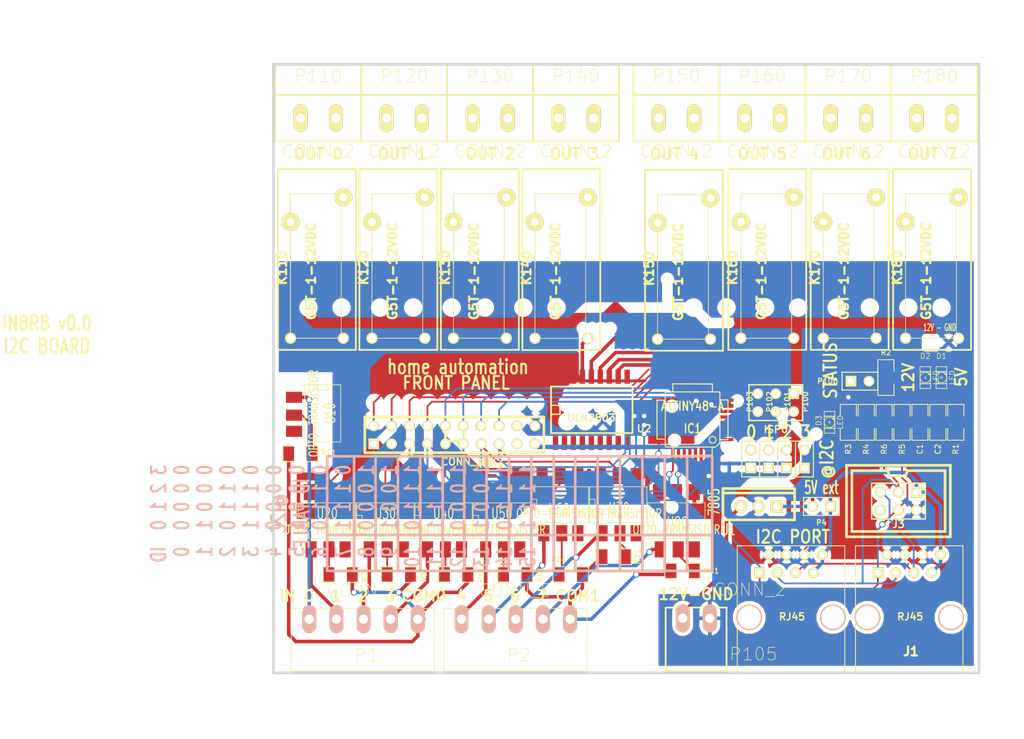
<source format=kicad_pcb>
(kicad_pcb (version 3) (host pcbnew "(2013-mar-13)-testing")
  (title_block (title "4in4out I2C board") (rev 0) (company "XPLDUINO project") (comment 1 "GNU GPL v2") (comment 2 "Domotic Open Source "))
  (layers (15 Dessus signal) (0 Dessous signal) (18 B.Paste user) (19 F.Paste user) (20 B.SilkS user hide) (21 F.SilkS user) (22 B.Mask user) (23 F.Mask user) (28 Edge.Cuts user))
  (net 0 "")
  (net 1 +12V)
  (net 2 +5V)
  (net 3 /230_110_1)
  (net 4 /230_110_2)
  (net 5 /230_120_1)
  (net 6 /230_120_2)
  (net 7 /230_130_1)
  (net 8 /230_130_2)
  (net 9 /230_140_1)
  (net 10 /230_140_2)
  (net 11 /230_150_1)
  (net 12 /230_150_2)
  (net 13 /230_160_1)
  (net 14 /230_160_2)
  (net 15 /230_170_1)
  (net 16 /230_170_2)
  (net 17 /230_180_1)
  (net 18 /230_180_2)
  (net 19 /INT)
  (net 20 5V_EXT)
  (net 21 A0)
  (net 22 A1)
  (net 23 A2)
  (net 24 A3)
  (net 25 CMD0)
  (net 26 CMD1)
  (net 27 CMD2)
  (net 28 CMD3)
  (net 29 CMD4)
  (net 30 CMD5)
  (net 31 CMD6)
  (net 32 CMD7)
  (net 33 COM0)
  (net 34 COM1)
  (net 35 GND)
  (net 36 IN0)
  (net 37 IN1)
  (net 38 IN2)
  (net 39 IN3)
  (net 40 IN4)
  (net 41 IN5)
  (net 42 IN6)
  (net 43 IN7)
  (net 44 LED)
  (net 45 MISO)
  (net 46 MOSI)
  (net 47 N-0000048)
  (net 48 N-0000049)
  (net 49 N-0000050)
  (net 50 N-0000051)
  (net 51 N-0000052)
  (net 52 N-0000053)
  (net 53 N-0000054)
  (net 54 N-0000055)
  (net 55 N-0000056)
  (net 56 N-0000057)
  (net 57 N-0000058)
  (net 58 N-0000059)
  (net 59 N-0000060)
  (net 60 N-0000062)
  (net 61 N-0000063)
  (net 62 N-0000074)
  (net 63 N-0000075)
  (net 64 N-0000076)
  (net 65 N-0000077)
  (net 66 N-0000082)
  (net 67 N-0000083)
  (net 68 N-0000084)
  (net 69 N-0000085)
  (net 70 N-0000086)
  (net 71 N-0000087)
  (net 72 N-0000088)
  (net 73 N-0000089)
  (net 74 N-0000091)
  (net 75 OUT0)
  (net 76 OUT1)
  (net 77 OUT2)
  (net 78 OUT3)
  (net 79 OUT4)
  (net 80 OUT5)
  (net 81 OUT6)
  (net 82 OUT7)
  (net 83 R0)
  (net 84 R1)
  (net 85 R2)
  (net 86 R3)
  (net 87 R4)
  (net 88 R5)
  (net 89 R6)
  (net 90 R7)
  (net 91 RESET)
  (net 92 SCK)
  (net 93 SCL)
  (net 94 SDA)
  (module SOIC18 (layer Dessus) (at 226.695 120.142)
    (fp_text reference U2 (at 7.493 2.667) (layer F.SilkS) (effects (font (size 1.016 1.016) (thickness 0.2032))))
    (fp_text value ULN2803 (at 0 1.143) (layer F.SilkS) (effects (font (size 1.016 1.016) (thickness 0.2032))))
    (pad 1 smd rect (at -5.08 4.7) (size 0.762 2) (layers Dessus F.Paste F.Mask) (net 75 OUT0))
    (pad 2 smd rect (at -3.81 4.699) (size 0.762 2) (layers Dessus F.Paste F.Mask) (net 76 OUT1))
    (pad 3 smd rect (at -2.54 4.699) (size 0.762 2) (layers Dessus F.Paste F.Mask) (net 77 OUT2))
    (pad 4 smd rect (at -1.27 4.699) (size 0.762 2) (layers Dessus F.Paste F.Mask) (net 78 OUT3))
    (pad 5 smd rect (at 0 4.699) (size 0.762 2) (layers Dessus F.Paste F.Mask) (net 79 OUT4))
    (pad 6 smd rect (at 1.27 4.699) (size 0.762 2) (layers Dessus F.Paste F.Mask) (net 80 OUT5))
    (pad 7 smd rect (at 2.54 4.699) (size 0.762 2) (layers Dessus F.Paste F.Mask) (net 81 OUT6))
    (pad 8 smd rect (at 3.81 4.699) (size 0.762 2) (layers Dessus F.Paste F.Mask) (net 82 OUT7))
    (pad 9 smd rect (at 5.08 4.699) (size 0.762 2) (layers Dessus F.Paste F.Mask) (net 35 GND))
    (pad 10 smd rect (at 5.08 -4.699) (size 0.762 2) (layers Dessus F.Paste F.Mask) (net 1 +12V))
    (pad 11 smd rect (at 3.81 -4.699) (size 0.762 2) (layers Dessus F.Paste F.Mask) (net 90 R7))
    (pad 12 smd rect (at 2.54 -4.699) (size 0.762 2) (layers Dessus F.Paste F.Mask) (net 89 R6))
    (pad 18 smd rect (at -5.08 -4.7) (size 0.762 2) (layers Dessus F.Paste F.Mask) (net 83 R0))
    (pad 17 smd rect (at -3.81 -4.699) (size 0.762 2) (layers Dessus F.Paste F.Mask) (net 84 R1))
    (pad 16 smd rect (at -2.54 -4.699) (size 0.762 2) (layers Dessus F.Paste F.Mask) (net 85 R2))
    (pad 15 smd rect (at -1.27 -4.699) (size 0.762 2) (layers Dessus F.Paste F.Mask) (net 86 R3))
    (pad 14 smd rect (at 0 -4.699) (size 0.762 2) (layers Dessus F.Paste F.Mask) (net 87 R4))
    (pad 13 smd rect (at 1.27 -4.699) (size 0.762 2) (layers Dessus F.Paste F.Mask) (net 88 R5))
  )
  (module pin_array_10x2 (layer Dessus) (at 209.804 123.698)
    (fp_text reference P3 (at 1.905 4.064) (layer F.SilkS) (effects (font (size 1.016 1.016) (thickness 0.27432))))
    (fp_text value CONN_10X2 (at 0 3.81) (layer F.SilkS) (effects (font (size 1.016 1.016) (thickness 0.2032))))
    (pad 1 thru_hole rect (at -13.97 1.27) (size 1.524 1.524) (drill 1.016) (layers *.Cu *.Mask F.SilkS) (net 25 CMD0))
    (pad 2 thru_hole circle (at -13.97 -1.27) (size 1.524 1.524) (drill 1.016) (layers *.Cu *.Mask F.SilkS) (net 75 OUT0))
    (pad 3 thru_hole circle (at -11.43 1.27) (size 1.524 1.524) (drill 1.016) (layers *.Cu *.Mask F.SilkS) (net 26 CMD1))
    (pad 4 thru_hole circle (at -11.43 -1.27) (size 1.524 1.524) (drill 1.016) (layers *.Cu *.Mask F.SilkS) (net 76 OUT1))
    (pad 5 thru_hole circle (at -8.89 1.27) (size 1.524 1.524) (drill 1.016) (layers *.Cu *.Mask F.SilkS) (net 27 CMD2))
    (pad 6 thru_hole circle (at -8.89 -1.27) (size 1.524 1.524) (drill 1.016) (layers *.Cu *.Mask F.SilkS) (net 77 OUT2))
    (pad 7 thru_hole circle (at -6.35 1.27) (size 1.524 1.524) (drill 1.016) (layers *.Cu *.Mask F.SilkS) (net 28 CMD3))
    (pad 8 thru_hole circle (at -6.35 -1.27) (size 1.524 1.524) (drill 1.016) (layers *.Cu *.Mask F.SilkS) (net 78 OUT3))
    (pad 9 thru_hole circle (at -3.81 1.27) (size 1.524 1.524) (drill 1.016) (layers *.Cu *.Mask F.SilkS) (net 29 CMD4))
    (pad 10 thru_hole circle (at -3.81 -1.27) (size 1.524 1.524) (drill 1.016) (layers *.Cu *.Mask F.SilkS) (net 79 OUT4))
    (pad 11 thru_hole circle (at -1.27 1.27) (size 1.524 1.524) (drill 1.016) (layers *.Cu *.Mask F.SilkS) (net 30 CMD5))
    (pad 12 thru_hole circle (at -1.27 -1.27) (size 1.524 1.524) (drill 1.016) (layers *.Cu *.Mask F.SilkS) (net 80 OUT5))
    (pad 13 thru_hole circle (at 1.27 1.27) (size 1.524 1.524) (drill 1.016) (layers *.Cu *.Mask F.SilkS) (net 31 CMD6))
    (pad 14 thru_hole circle (at 1.27 -1.27) (size 1.524 1.524) (drill 1.016) (layers *.Cu *.Mask F.SilkS) (net 81 OUT6))
    (pad 15 thru_hole circle (at 3.81 1.27) (size 1.524 1.524) (drill 1.016) (layers *.Cu *.Mask F.SilkS) (net 32 CMD7))
    (pad 16 thru_hole circle (at 3.81 -1.27) (size 1.524 1.524) (drill 1.016) (layers *.Cu *.Mask F.SilkS) (net 82 OUT7))
    (pad 17 thru_hole circle (at 6.35 1.27) (size 1.524 1.524) (drill 1.016) (layers *.Cu *.Mask F.SilkS) (net 91 RESET))
    (pad 18 thru_hole circle (at 6.35 -1.27) (size 1.524 1.524) (drill 1.016) (layers *.Cu *.Mask F.SilkS) (net 44 LED))
    (pad 19 thru_hole circle (at 8.89 1.27) (size 1.524 1.524) (drill 1.016) (layers *.Cu *.Mask F.SilkS) (net 35 GND))
    (pad 20 thru_hole circle (at 8.89 -1.27) (size 1.524 1.524) (drill 1.016) (layers *.Cu *.Mask F.SilkS) (net 2 +5V))
  )
  (module PIN_ARRAY_2X1 (layer Dessus) (at 259.334 133.858 180)
    (fp_text reference P4 (at 0 -2.286 180) (layer F.SilkS) (effects (font (size 0.762 0.762) (thickness 0.1524))))
    (fp_text value CONN_2 hide)
    (pad 1 thru_hole rect (at -1.27 0 180) (size 1.524 1.524) (drill 1.016) (layers *.Cu *.Mask F.SilkS) (net 20 5V_EXT))
    (pad 2 thru_hole circle (at 1.27 0 180) (size 1.524 1.524) (drill 1.016) (layers *.Cu *.Mask F.SilkS) (net 2 +5V))
  )
  (module TQFP32 (layer Dessus) (at 241.046 121.539 180)
    (fp_text reference IC1 (at 0 -1.27 180) (layer F.SilkS) (effects (font (size 1.27 1.016) (thickness 0.2032))))
    (fp_text value ATTINY48-A (at 0 1.905 180) (layer F.SilkS) (effects (font (size 1.27 1.016) (thickness 0.2032))))
    (pad 8 smd rect (at -4.81584 2.77622 180) (size 1.99898 0.44958) (layers Dessus F.Paste F.Mask) (net 80 OUT5))
    (pad 7 smd rect (at -4.81584 1.97612 180) (size 1.99898 0.44958) (layers Dessus F.Paste F.Mask) (net 79 OUT4))
    (pad 6 smd rect (at -4.81584 1.17602 180) (size 1.99898 0.44958) (layers Dessus F.Paste F.Mask) (net 24 A3))
    (pad 5 smd rect (at -4.81584 0.37592 180) (size 1.99898 0.44958) (layers Dessus F.Paste F.Mask) (net 35 GND))
    (pad 4 smd rect (at -4.81584 -0.42418 180) (size 1.99898 0.44958) (layers Dessus F.Paste F.Mask) (net 2 +5V))
    (pad 3 smd rect (at -4.81584 -1.22428 180) (size 1.99898 0.44958) (layers Dessus F.Paste F.Mask) (net 23 A2))
    (pad 2 smd rect (at -4.81584 -2.02438 180) (size 1.99898 0.44958) (layers Dessus F.Paste F.Mask) (net 22 A1))
    (pad 1 smd rect (at -4.81584 -2.82448 180) (size 1.99898 0.44958) (layers Dessus F.Paste F.Mask) (net 21 A0))
    (pad 24 smd rect (at 4.7498 -2.8194 180) (size 1.99898 0.44958) (layers Dessus F.Paste F.Mask) (net 28 CMD3))
    (pad 17 smd rect (at 4.7498 2.794 180) (size 1.99898 0.44958) (layers Dessus F.Paste F.Mask) (net 92 SCK))
    (pad 18 smd rect (at 4.7498 1.9812 180) (size 1.99898 0.44958) (layers Dessus F.Paste F.Mask) (net 2 +5V))
    (pad 19 smd rect (at 4.7498 1.1684 180) (size 1.99898 0.44958) (layers Dessus F.Paste F.Mask) (net 32 CMD7))
    (pad 20 smd rect (at 4.7498 0.381 180) (size 1.99898 0.44958) (layers Dessus F.Paste F.Mask) (net 31 CMD6))
    (pad 21 smd rect (at 4.7498 -0.4318 180) (size 1.99898 0.44958) (layers Dessus F.Paste F.Mask) (net 35 GND))
    (pad 22 smd rect (at 4.7498 -1.2192 180) (size 1.99898 0.44958) (layers Dessus F.Paste F.Mask) (net 30 CMD5))
    (pad 23 smd rect (at 4.7498 -2.032 180) (size 1.99898 0.44958) (layers Dessus F.Paste F.Mask) (net 29 CMD4))
    (pad 32 smd rect (at -2.82448 -4.826 180) (size 0.44958 1.99898) (layers Dessus F.Paste F.Mask) (net 44 LED))
    (pad 31 smd rect (at -2.02692 -4.826 180) (size 0.44958 1.99898) (layers Dessus F.Paste F.Mask) (net 19 /INT))
    (pad 30 smd rect (at -1.22428 -4.826 180) (size 0.44958 1.99898) (layers Dessus F.Paste F.Mask) (net 25 CMD0))
    (pad 29 smd rect (at -0.42672 -4.826 180) (size 0.44958 1.99898) (layers Dessus F.Paste F.Mask) (net 91 RESET))
    (pad 28 smd rect (at 0.37592 -4.826 180) (size 0.44958 1.99898) (layers Dessus F.Paste F.Mask) (net 93 SCL))
    (pad 27 smd rect (at 1.17348 -4.826 180) (size 0.44958 1.99898) (layers Dessus F.Paste F.Mask) (net 94 SDA))
    (pad 26 smd rect (at 1.97612 -4.826 180) (size 0.44958 1.99898) (layers Dessus F.Paste F.Mask) (net 26 CMD1))
    (pad 25 smd rect (at 2.77368 -4.826 180) (size 0.44958 1.99898) (layers Dessus F.Paste F.Mask) (net 27 CMD2))
    (pad 9 smd rect (at -2.8194 4.7752 180) (size 0.44958 1.99898) (layers Dessus F.Paste F.Mask) (net 81 OUT6))
    (pad 10 smd rect (at -2.032 4.7752 180) (size 0.44958 1.99898) (layers Dessus F.Paste F.Mask) (net 82 OUT7))
    (pad 11 smd rect (at -1.2192 4.7752 180) (size 0.44958 1.99898) (layers Dessus F.Paste F.Mask) (net 78 OUT3))
    (pad 12 smd rect (at -0.4318 4.7752 180) (size 0.44958 1.99898) (layers Dessus F.Paste F.Mask) (net 77 OUT2))
    (pad 13 smd rect (at 0.3556 4.7752 180) (size 0.44958 1.99898) (layers Dessus F.Paste F.Mask) (net 76 OUT1))
    (pad 14 smd rect (at 1.1684 4.7752 180) (size 0.44958 1.99898) (layers Dessus F.Paste F.Mask) (net 75 OUT0))
    (pad 15 smd rect (at 1.9812 4.7752 180) (size 0.44958 1.99898) (layers Dessus F.Paste F.Mask) (net 46 MOSI))
    (pad 16 smd rect (at 2.794 4.7752 180) (size 0.44958 1.99898) (layers Dessus F.Paste F.Mask) (net 45 MISO))
  )
  (module CMS-6 (layer Dessus) (at 230.505 133.604)
    (fp_text reference U70 (at 0.127 0.508) (layer F.SilkS) (effects (font (size 1.524 1.016) (thickness 0.1524))))
    (fp_text value OPTO-TRANSISTOR (at 0 1.27) (layer F.SilkS) (effects (font (size 1.27 0.889) (thickness 0.1524))))
    (pad 1 smd rect (at -2.286 4.064) (size 1.5748 2.286) (layers Dessus F.Paste F.Mask) (net 42 IN6))
    (pad 2 smd rect (at 0.254 4.064) (size 1.5748 2.286) (layers Dessus F.Paste F.Mask) (net 48 N-0000049))
    (pad 3 smd rect (at 2.54 4.064) (size 1.5748 2.286) (layers Dessus F.Paste F.Mask) (net 49 N-0000050))
    (pad 4 smd rect (at 2.54 -4.064) (size 1.5748 2.286) (layers Dessus F.Paste F.Mask) (net 35 GND))
    (pad 5 smd rect (at 0 -4.064) (size 1.5748 2.286) (layers Dessus F.Paste F.Mask) (net 31 CMD6))
    (pad 6 smd rect (at -2.54 -4.064) (size 1.5748 2.286) (layers Dessus F.Paste F.Mask) (net 50 N-0000051))
  )
  (module CMS-6 (layer Dessus) (at 238.76 135.89)
    (fp_text reference U80 (at 0.127 0.254) (layer F.SilkS) (effects (font (size 1.524 1.016) (thickness 0.1524))))
    (fp_text value OPTO-TRANSISTOR (at 0 1.27) (layer F.SilkS) (effects (font (size 1.27 0.889) (thickness 0.1524))))
    (pad 1 smd rect (at -2.286 4.064) (size 1.5748 2.286) (layers Dessus F.Paste F.Mask) (net 43 IN7))
    (pad 2 smd rect (at 0.254 4.064) (size 1.5748 2.286) (layers Dessus F.Paste F.Mask) (net 51 N-0000052))
    (pad 3 smd rect (at 2.54 4.064) (size 1.5748 2.286) (layers Dessus F.Paste F.Mask) (net 52 N-0000053))
    (pad 4 smd rect (at 2.54 -4.064) (size 1.5748 2.286) (layers Dessus F.Paste F.Mask) (net 35 GND))
    (pad 5 smd rect (at 0 -4.064) (size 1.5748 2.286) (layers Dessus F.Paste F.Mask) (net 32 CMD7))
    (pad 6 smd rect (at -2.54 -4.064) (size 1.5748 2.286) (layers Dessus F.Paste F.Mask) (net 53 N-0000054))
  )
  (module CMS-6 (layer Dessus) (at 222.25 133.604)
    (fp_text reference U60 (at -0.127 0.635) (layer F.SilkS) (effects (font (size 1.524 1.016) (thickness 0.1524))))
    (fp_text value OPTO-TRANSISTOR (at 0 1.27) (layer F.SilkS) (effects (font (size 1.27 0.889) (thickness 0.1524))))
    (pad 1 smd rect (at -2.286 4.064) (size 1.5748 2.286) (layers Dessus F.Paste F.Mask) (net 41 IN5))
    (pad 2 smd rect (at 0.254 4.064) (size 1.5748 2.286) (layers Dessus F.Paste F.Mask) (net 60 N-0000062))
    (pad 3 smd rect (at 2.54 4.064) (size 1.5748 2.286) (layers Dessus F.Paste F.Mask) (net 61 N-0000063))
    (pad 4 smd rect (at 2.54 -4.064) (size 1.5748 2.286) (layers Dessus F.Paste F.Mask) (net 35 GND))
    (pad 5 smd rect (at 0 -4.064) (size 1.5748 2.286) (layers Dessus F.Paste F.Mask) (net 30 CMD5))
    (pad 6 smd rect (at -2.54 -4.064) (size 1.5748 2.286) (layers Dessus F.Paste F.Mask) (net 47 N-0000048))
  )
  (module CMS-6 (layer Dessus) (at 213.995 135.89)
    (fp_text reference U50 (at 0 -1.016) (layer F.SilkS) (effects (font (size 1.524 1.016) (thickness 0.1524))))
    (fp_text value OPTO-TRANSISTOR (at 0 1.27) (layer F.SilkS) (effects (font (size 1.27 0.889) (thickness 0.1524))))
    (pad 1 smd rect (at -2.286 4.064) (size 1.5748 2.286) (layers Dessus F.Paste F.Mask) (net 40 IN4))
    (pad 2 smd rect (at 0.254 4.064) (size 1.5748 2.286) (layers Dessus F.Paste F.Mask) (net 54 N-0000055))
    (pad 3 smd rect (at 2.54 4.064) (size 1.5748 2.286) (layers Dessus F.Paste F.Mask) (net 58 N-0000059))
    (pad 4 smd rect (at 2.54 -4.064) (size 1.5748 2.286) (layers Dessus F.Paste F.Mask) (net 35 GND))
    (pad 5 smd rect (at 0 -4.064) (size 1.5748 2.286) (layers Dessus F.Paste F.Mask) (net 29 CMD4))
    (pad 6 smd rect (at -2.54 -4.064) (size 1.5748 2.286) (layers Dessus F.Paste F.Mask) (net 59 N-0000060))
  )
  (module CMS-6 (layer Dessus) (at 205.74 135.89)
    (fp_text reference U40 (at 0 -1.016) (layer F.SilkS) (effects (font (size 1.524 1.016) (thickness 0.1524))))
    (fp_text value OPTO-TRANSISTOR (at 0 1.27) (layer F.SilkS) (effects (font (size 1.27 0.889) (thickness 0.1524))))
    (pad 1 smd rect (at -2.286 4.064) (size 1.5748 2.286) (layers Dessus F.Paste F.Mask) (net 39 IN3))
    (pad 2 smd rect (at 0.254 4.064) (size 1.5748 2.286) (layers Dessus F.Paste F.Mask) (net 55 N-0000056))
    (pad 3 smd rect (at 2.54 4.064) (size 1.5748 2.286) (layers Dessus F.Paste F.Mask) (net 56 N-0000057))
    (pad 4 smd rect (at 2.54 -4.064) (size 1.5748 2.286) (layers Dessus F.Paste F.Mask) (net 35 GND))
    (pad 5 smd rect (at 0 -4.064) (size 1.5748 2.286) (layers Dessus F.Paste F.Mask) (net 28 CMD3))
    (pad 6 smd rect (at -2.54 -4.064) (size 1.5748 2.286) (layers Dessus F.Paste F.Mask) (net 57 N-0000058))
  )
  (module CMS-6 (layer Dessus) (at 197.485 135.89)
    (fp_text reference U30 (at 0 -1.016) (layer F.SilkS) (effects (font (size 1.524 1.016) (thickness 0.1524))))
    (fp_text value OPTO-TRANSISTOR (at 0 1.27) (layer F.SilkS) (effects (font (size 1.27 0.889) (thickness 0.1524))))
    (pad 1 smd rect (at -2.286 4.064) (size 1.5748 2.286) (layers Dessus F.Paste F.Mask) (net 38 IN2))
    (pad 2 smd rect (at 0.254 4.064) (size 1.5748 2.286) (layers Dessus F.Paste F.Mask) (net 69 N-0000085))
    (pad 3 smd rect (at 2.54 4.064) (size 1.5748 2.286) (layers Dessus F.Paste F.Mask) (net 70 N-0000086))
    (pad 4 smd rect (at 2.54 -4.064) (size 1.5748 2.286) (layers Dessus F.Paste F.Mask) (net 35 GND))
    (pad 5 smd rect (at 0 -4.064) (size 1.5748 2.286) (layers Dessus F.Paste F.Mask) (net 27 CMD2))
    (pad 6 smd rect (at -2.54 -4.064) (size 1.5748 2.286) (layers Dessus F.Paste F.Mask) (net 71 N-0000087))
  )
  (module CMS-6 (layer Dessus) (at 189.23 135.89)
    (fp_text reference U20 (at 0 -1.016) (layer F.SilkS) (effects (font (size 1.524 1.016) (thickness 0.1524))))
    (fp_text value OPTO-TRANSISTOR (at 0 1.27) (layer F.SilkS) (effects (font (size 1.27 0.889) (thickness 0.1524))))
    (pad 1 smd rect (at -2.286 4.064) (size 1.5748 2.286) (layers Dessus F.Paste F.Mask) (net 37 IN1))
    (pad 2 smd rect (at 0.254 4.064) (size 1.5748 2.286) (layers Dessus F.Paste F.Mask) (net 66 N-0000082))
    (pad 3 smd rect (at 2.54 4.064) (size 1.5748 2.286) (layers Dessus F.Paste F.Mask) (net 67 N-0000083))
    (pad 4 smd rect (at 2.54 -4.064) (size 1.5748 2.286) (layers Dessus F.Paste F.Mask) (net 35 GND))
    (pad 5 smd rect (at 0 -4.064) (size 1.5748 2.286) (layers Dessus F.Paste F.Mask) (net 26 CMD1))
    (pad 6 smd rect (at -2.54 -4.064) (size 1.5748 2.286) (layers Dessus F.Paste F.Mask) (net 68 N-0000084))
  )
  (module MOL_CONN_5_MINI (layer Dessus) (at 208.28 149.86)
    (fp_text reference P2 (at 8.128 5.08) (layer F.SilkS) (effects (font (size 1.778 1.778) (thickness 0.0889))))
    (fp_text value CONN_5 (at 7.62 -4.064) (layer F.SilkS) (effects (font (size 1.778 1.778) (thickness 0.0889))))
    (pad 1 thru_hole oval (at 0 0) (size 1.9812 3.9624) (drill 1.320799) (layers *.Cu *.SilkS *.Mask F.Paste) (net 40 IN4))
    (pad 2 thru_hole oval (at 3.85 0) (size 1.9812 3.9624) (drill 1.320799) (layers *.Cu *.SilkS *.Mask F.Paste) (net 41 IN5))
    (pad 3 thru_hole oval (at 7.7 0) (size 1.9812 3.9624) (drill 1.320799) (layers *.Cu *.SilkS *.Mask F.Paste) (net 42 IN6))
    (pad 4 thru_hole oval (at 11.55 0) (size 1.9812 3.9624) (drill 1.320799) (layers *.Cu *.SilkS *.Mask F.Paste) (net 43 IN7))
    (pad 5 thru_hole oval (at 15.4 0) (size 1.9812 3.9624) (drill 1.320799) (layers *.Cu *.SilkS *.Mask F.Paste) (net 34 COM1))
  )
  (module MOL_CONN_5_MINI (layer Dessus) (at 186.69 149.86)
    (fp_text reference P1 (at 8.128 5.08) (layer F.SilkS) (effects (font (size 1.778 1.778) (thickness 0.0889))))
    (fp_text value CONN_5 (at 7.62 -4.064) (layer F.SilkS) (effects (font (size 1.778 1.778) (thickness 0.0889))))
    (pad 1 thru_hole oval (at 0 0) (size 1.9812 3.9624) (drill 1.320799) (layers *.Cu *.SilkS *.Mask F.Paste) (net 36 IN0))
    (pad 2 thru_hole oval (at 3.85 0) (size 1.9812 3.9624) (drill 1.320799) (layers *.Cu *.SilkS *.Mask F.Paste) (net 37 IN1))
    (pad 3 thru_hole oval (at 7.7 0) (size 1.9812 3.9624) (drill 1.320799) (layers *.Cu *.SilkS *.Mask F.Paste) (net 38 IN2))
    (pad 4 thru_hole oval (at 11.55 0) (size 1.9812 3.9624) (drill 1.320799) (layers *.Cu *.SilkS *.Mask F.Paste) (net 39 IN3))
    (pad 5 thru_hole oval (at 15.4 0) (size 1.9812 3.9624) (drill 1.320799) (layers *.Cu *.SilkS *.Mask F.Paste) (net 33 COM0))
  )
  (module HE10-6 (layer Dessus) (at 270.256 133.096 180)
    (fp_text reference J3 (at 0 -3.302 180) (layer F.SilkS) (effects (font (size 1.016 1.016) (thickness 0.2032))))
    (fp_text value CONN_6 hide)
    (pad 1 thru_hole rect (at -2.54 1.27 180) (size 1.524 1.524) (drill 1.016) (layers *.Cu *.Mask F.SilkS) (net 20 5V_EXT))
    (pad 2 thru_hole circle (at -2.54 -1.27 180) (size 1.524 1.524) (drill 1.016) (layers *.Cu *.Mask F.SilkS) (net 35 GND))
    (pad 3 thru_hole circle (at 0 1.27 180) (size 1.524 1.524) (drill 1.016) (layers *.Cu *.Mask F.SilkS) (net 93 SCL))
    (pad 4 thru_hole circle (at 0 -1.27 180) (size 1.524 1.524) (drill 1.016) (layers *.Cu *.Mask F.SilkS) (net 94 SDA))
    (pad 5 thru_hole circle (at 2.54 1.27 180) (size 1.524 1.524) (drill 1.016) (layers *.Cu *.Mask F.SilkS) (net 19 /INT))
    (pad 6 thru_hole circle (at 2.54 -1.27 180) (size 1.524 1.524) (drill 1.016) (layers *.Cu *.Mask F.SilkS) (net 74 N-0000091))
  )
  (module LED-1206 (layer Dessus) (at 276.352 115.57 90)
    (fp_text reference D1 (at 3.048 0 180) (layer F.SilkS) (effects (font (size 0.762 0.762) (thickness 0.0889))))
    (fp_text value LED (at 0 1.524 90) (layer F.SilkS) (effects (font (size 0.762 0.762) (thickness 0.0889))))
    (pad 1 smd rect (at -1.41986 0 90) (size 1.59766 1.80086) (layers Dessus F.Paste F.Mask) (net 73 N-0000089))
    (pad 2 smd rect (at 1.41986 0 90) (size 1.59766 1.80086) (layers Dessus F.Paste F.Mask) (net 35 GND))
  )
  (module LED-1206 (layer Dessus) (at 274.066 115.57 90)
    (fp_text reference D2 (at 3.048 0 180) (layer F.SilkS) (effects (font (size 0.762 0.762) (thickness 0.0889))))
    (fp_text value LED (at 0 1.524 90) (layer F.SilkS) (effects (font (size 0.762 0.762) (thickness 0.0889))))
    (pad 1 smd rect (at -1.41986 0 90) (size 1.59766 1.80086) (layers Dessus F.Paste F.Mask) (net 72 N-0000088))
    (pad 2 smd rect (at 1.41986 0 90) (size 1.59766 1.80086) (layers Dessus F.Paste F.Mask) (net 35 GND))
  )
  (module LED-1206 (layer Dessus) (at 260.477 121.92 90)
    (fp_text reference D3 (at 0.254 -1.524 90) (layer F.SilkS) (effects (font (size 0.762 0.762) (thickness 0.0889))))
    (fp_text value LED (at 0 1.524 90) (layer F.SilkS) (effects (font (size 0.762 0.762) (thickness 0.0889))))
    (pad 1 smd rect (at -1.41986 0 90) (size 1.59766 1.80086) (layers Dessus F.Paste F.Mask) (net 44 LED))
    (pad 2 smd rect (at 1.41986 0 90) (size 1.59766 1.80086) (layers Dessus F.Paste F.Mask) (net 62 N-0000074))
  )
  (module MOL_CONN_2_VH (layer Dessus) (at 224.536 78.74 180)
    (fp_text reference P140 (at 0 5.969 180) (layer F.SilkS) (effects (font (size 1.778 1.778) (thickness 0.0889))))
    (fp_text value CONN_2 (at 0 -4.699 180) (layer F.SilkS) (effects (font (size 1.778 1.778) (thickness 0.0889))))
    (pad 1 thru_hole oval (at -2.5146 0 180) (size 1.9812 3.9624) (drill 1.320799) (layers *.Cu *.Mask F.Paste F.SilkS) (net 9 /230_140_1))
    (pad 2 thru_hole oval (at 2.4892 0 180) (size 1.9812 3.9624) (drill 1.320799) (layers *.Cu *.Mask F.Paste F.SilkS) (net 10 /230_140_2))
  )
  (module MOL_CONN_2_VH (layer Dessus) (at 212.344 78.74 180)
    (fp_text reference P130 (at 0 5.969 180) (layer F.SilkS) (effects (font (size 1.778 1.778) (thickness 0.0889))))
    (fp_text value CONN_2 (at 0 -4.699 180) (layer F.SilkS) (effects (font (size 1.778 1.778) (thickness 0.0889))))
    (pad 1 thru_hole oval (at -2.5146 0 180) (size 1.9812 3.9624) (drill 1.320799) (layers *.Cu *.Mask F.Paste F.SilkS) (net 7 /230_130_1))
    (pad 2 thru_hole oval (at 2.4892 0 180) (size 1.9812 3.9624) (drill 1.320799) (layers *.Cu *.Mask F.Paste F.SilkS) (net 8 /230_130_2))
  )
  (module MOL_CONN_2_VH (layer Dessus) (at 200.152 78.74 180)
    (fp_text reference P120 (at 0 5.969 180) (layer F.SilkS) (effects (font (size 1.778 1.778) (thickness 0.0889))))
    (fp_text value CONN_2 (at 0 -4.699 180) (layer F.SilkS) (effects (font (size 1.778 1.778) (thickness 0.0889))))
    (pad 1 thru_hole oval (at -2.5146 0 180) (size 1.9812 3.9624) (drill 1.320799) (layers *.Cu *.Mask F.Paste F.SilkS) (net 5 /230_120_1))
    (pad 2 thru_hole oval (at 2.4892 0 180) (size 1.9812 3.9624) (drill 1.320799) (layers *.Cu *.Mask F.Paste F.SilkS) (net 6 /230_120_2))
  )
  (module MOL_CONN_2_VH (layer Dessus) (at 238.76 78.74 180)
    (fp_text reference P150 (at 0 5.969 180) (layer F.SilkS) (effects (font (size 1.778 1.778) (thickness 0.0889))))
    (fp_text value CONN_2 (at 0 -4.699 180) (layer F.SilkS) (effects (font (size 1.778 1.778) (thickness 0.0889))))
    (pad 1 thru_hole oval (at -2.5146 0 180) (size 1.9812 3.9624) (drill 1.320799) (layers *.Cu *.Mask F.Paste F.SilkS) (net 11 /230_150_1))
    (pad 2 thru_hole oval (at 2.4892 0 180) (size 1.9812 3.9624) (drill 1.320799) (layers *.Cu *.Mask F.Paste F.SilkS) (net 12 /230_150_2))
  )
  (module MOL_CONN_2_VH (layer Dessus) (at 187.96 78.74 180)
    (fp_text reference P110 (at 0 5.969 180) (layer F.SilkS) (effects (font (size 1.778 1.778) (thickness 0.0889))))
    (fp_text value CONN_2 (at 0 -4.699 180) (layer F.SilkS) (effects (font (size 1.778 1.778) (thickness 0.0889))))
    (pad 1 thru_hole oval (at -2.5146 0 180) (size 1.9812 3.9624) (drill 1.320799) (layers *.Cu *.Mask F.Paste F.SilkS) (net 3 /230_110_1))
    (pad 2 thru_hole oval (at 2.4892 0 180) (size 1.9812 3.9624) (drill 1.320799) (layers *.Cu *.Mask F.Paste F.SilkS) (net 4 /230_110_2))
  )
  (module MOL_CONN_2_VH (layer Dessus) (at 250.952 78.74 180)
    (fp_text reference P160 (at 0 5.969 180) (layer F.SilkS) (effects (font (size 1.778 1.778) (thickness 0.0889))))
    (fp_text value CONN_2 (at 0 -4.699 180) (layer F.SilkS) (effects (font (size 1.778 1.778) (thickness 0.0889))))
    (pad 1 thru_hole oval (at -2.5146 0 180) (size 1.9812 3.9624) (drill 1.320799) (layers *.Cu *.Mask F.Paste F.SilkS) (net 13 /230_160_1))
    (pad 2 thru_hole oval (at 2.4892 0 180) (size 1.9812 3.9624) (drill 1.320799) (layers *.Cu *.Mask F.Paste F.SilkS) (net 14 /230_160_2))
  )
  (module MOL_CONN_2_VH (layer Dessus) (at 275.336 78.74 180)
    (fp_text reference P180 (at 0 5.969 180) (layer F.SilkS) (effects (font (size 1.778 1.778) (thickness 0.0889))))
    (fp_text value CONN_2 (at 0 -4.699 180) (layer F.SilkS) (effects (font (size 1.778 1.778) (thickness 0.0889))))
    (pad 1 thru_hole oval (at -2.5146 0 180) (size 1.9812 3.9624) (drill 1.320799) (layers *.Cu *.Mask F.Paste F.SilkS) (net 17 /230_180_1))
    (pad 2 thru_hole oval (at 2.4892 0 180) (size 1.9812 3.9624) (drill 1.320799) (layers *.Cu *.Mask F.Paste F.SilkS) (net 18 /230_180_2))
  )
  (module MOL_CONN_2_VH (layer Dessus) (at 263.144 78.74 180)
    (fp_text reference P170 (at 0 5.969 180) (layer F.SilkS) (effects (font (size 1.778 1.778) (thickness 0.0889))))
    (fp_text value CONN_2 (at 0 -4.699 180) (layer F.SilkS) (effects (font (size 1.778 1.778) (thickness 0.0889))))
    (pad 1 thru_hole oval (at -2.5146 0 180) (size 1.9812 3.9624) (drill 1.320799) (layers *.Cu *.Mask F.Paste F.SilkS) (net 15 /230_170_1))
    (pad 2 thru_hole oval (at 2.4892 0 180) (size 1.9812 3.9624) (drill 1.320799) (layers *.Cu *.Mask F.Paste F.SilkS) (net 16 /230_170_2))
  )
  (module PIN_ARRAY_2X1 (layer Dessus) (at 256.921 127.127 90)
    (fp_text reference P100 (at 8.128 0.127 90) (layer F.SilkS) (effects (font (size 0.762 0.762) (thickness 0.1524))))
    (fp_text value CONN_2 hide)
    (pad 1 thru_hole rect (at -1.27 0 90) (size 1.524 1.524) (drill 1.016) (layers *.Cu *.Mask F.SilkS) (net 35 GND))
    (pad 2 thru_hole circle (at 1.27 0 90) (size 1.524 1.524) (drill 1.016) (layers *.Cu *.Mask F.SilkS) (net 24 A3))
  )
  (module PIN_ARRAY_2X1 (layer Dessus) (at 254.381 127.127 90)
    (fp_text reference P101 (at 8.128 0.127 90) (layer F.SilkS) (effects (font (size 0.762 0.762) (thickness 0.1524))))
    (fp_text value CONN_2 hide)
    (pad 1 thru_hole rect (at -1.27 0 90) (size 1.524 1.524) (drill 1.016) (layers *.Cu *.Mask F.SilkS) (net 35 GND))
    (pad 2 thru_hole circle (at 1.27 0 90) (size 1.524 1.524) (drill 1.016) (layers *.Cu *.Mask F.SilkS) (net 23 A2))
  )
  (module PIN_ARRAY_2X1 (layer Dessus) (at 249.301 127.127 90)
    (fp_text reference P103 (at 8.128 -0.127 90) (layer F.SilkS) (effects (font (size 0.762 0.762) (thickness 0.1524))))
    (fp_text value CONN_2 hide)
    (pad 1 thru_hole rect (at -1.27 0 90) (size 1.524 1.524) (drill 1.016) (layers *.Cu *.Mask F.SilkS) (net 35 GND))
    (pad 2 thru_hole circle (at 1.27 0 90) (size 1.524 1.524) (drill 1.016) (layers *.Cu *.Mask F.SilkS) (net 21 A0))
  )
  (module PIN_ARRAY_2X1 (layer Dessus) (at 264.795 116.078)
    (fp_text reference P106 (at -4.572 0) (layer F.SilkS) (effects (font (size 0.762 0.762) (thickness 0.1524))))
    (fp_text value CONN_2 hide)
    (pad 1 thru_hole rect (at -1.27 0) (size 1.524 1.524) (drill 1.016) (layers *.Cu *.Mask F.SilkS) (net 1 +12V))
    (pad 2 thru_hole circle (at 1.27 0) (size 1.524 1.524) (drill 1.016) (layers *.Cu *.Mask F.SilkS) (net 35 GND))
  )
  (module PIN_ARRAY_2X1 (layer Dessus) (at 251.841 127.127 90)
    (fp_text reference P102 (at 8.128 0.127 90) (layer F.SilkS) (effects (font (size 0.762 0.762) (thickness 0.1524))))
    (fp_text value CONN_2 hide)
    (pad 1 thru_hole rect (at -1.27 0 90) (size 1.524 1.524) (drill 1.016) (layers *.Cu *.Mask F.SilkS) (net 35 GND))
    (pad 2 thru_hole circle (at 1.27 0 90) (size 1.524 1.524) (drill 1.016) (layers *.Cu *.Mask F.SilkS) (net 22 A1))
  )
  (module RJ45_8 (layer Dessus) (at 255.016 149.606)
    (fp_text reference J2 (at 0.254 4.826) (layer F.SilkS) (effects (font (size 0.0004 0.0004) (thickness 0.3048))))
    (fp_text value RJ45 (at 0.14224 -0.1016) (layer F.SilkS) (effects (font (size 1.00076 1.00076) (thickness 0.2032))))
    (pad Hole np_thru_hole circle (at 5.93852 0) (size 3.64998 3.64998) (drill 3.251199) (layers *.Cu *.SilkS *.Mask))
    (pad Hole np_thru_hole circle (at -5.9309 0) (size 3.64998 3.64998) (drill 3.251199) (layers *.Cu *.SilkS *.Mask))
    (pad 1 thru_hole rect (at -4.445 -6.35) (size 1.50114 1.50114) (drill 0.899159) (layers *.Cu *.Mask F.SilkS) (net 94 SDA))
    (pad 2 thru_hole circle (at -3.175 -8.89) (size 1.50114 1.50114) (drill 0.899159) (layers *.Cu *.Mask F.SilkS) (net 35 GND))
    (pad 3 thru_hole circle (at -1.905 -6.35) (size 1.50114 1.50114) (drill 0.899159) (layers *.Cu *.Mask F.SilkS) (net 93 SCL))
    (pad 4 thru_hole circle (at -0.635 -8.89) (size 1.50114 1.50114) (drill 0.899159) (layers *.Cu *.Mask F.SilkS) (net 35 GND))
    (pad 5 thru_hole circle (at 0.635 -6.35) (size 1.50114 1.50114) (drill 0.899159) (layers *.Cu *.Mask F.SilkS) (net 19 /INT))
    (pad 6 thru_hole circle (at 1.905 -8.89) (size 1.50114 1.50114) (drill 0.899159) (layers *.Cu *.Mask F.SilkS) (net 35 GND))
    (pad 7 thru_hole circle (at 3.175 -6.35) (size 1.50114 1.50114) (drill 0.899159) (layers *.Cu *.Mask F.SilkS) (net 20 5V_EXT))
    (pad 8 thru_hole circle (at 4.445 -8.89) (size 1.50114 1.50114) (drill 0.899159) (layers *.Cu *.Mask F.SilkS) (net 20 5V_EXT))
  )
  (module RJ45_8 (layer Dessus) (at 271.78 149.606)
    (fp_text reference J1 (at 0.254 4.826) (layer F.SilkS) (effects (font (size 1.27 1.27) (thickness 0.3175))))
    (fp_text value RJ45 (at 0.14224 -0.1016) (layer F.SilkS) (effects (font (size 1.00076 1.00076) (thickness 0.2032))))
    (pad Hole np_thru_hole circle (at 5.93852 0) (size 3.64998 3.64998) (drill 3.251199) (layers *.Cu *.SilkS *.Mask))
    (pad Hole np_thru_hole circle (at -5.9309 0) (size 3.64998 3.64998) (drill 3.251199) (layers *.Cu *.SilkS *.Mask))
    (pad 1 thru_hole rect (at -4.445 -6.35) (size 1.50114 1.50114) (drill 0.899159) (layers *.Cu *.Mask F.SilkS) (net 94 SDA))
    (pad 2 thru_hole circle (at -3.175 -8.89) (size 1.50114 1.50114) (drill 0.899159) (layers *.Cu *.Mask F.SilkS) (net 35 GND))
    (pad 3 thru_hole circle (at -1.905 -6.35) (size 1.50114 1.50114) (drill 0.899159) (layers *.Cu *.Mask F.SilkS) (net 93 SCL))
    (pad 4 thru_hole circle (at -0.635 -8.89) (size 1.50114 1.50114) (drill 0.899159) (layers *.Cu *.Mask F.SilkS) (net 35 GND))
    (pad 5 thru_hole circle (at 0.635 -6.35) (size 1.50114 1.50114) (drill 0.899159) (layers *.Cu *.Mask F.SilkS) (net 19 /INT))
    (pad 6 thru_hole circle (at 1.905 -8.89) (size 1.50114 1.50114) (drill 0.899159) (layers *.Cu *.Mask F.SilkS) (net 35 GND))
    (pad 7 thru_hole circle (at 3.175 -6.35) (size 1.50114 1.50114) (drill 0.899159) (layers *.Cu *.Mask F.SilkS) (net 20 5V_EXT))
    (pad 8 thru_hole circle (at 4.445 -8.89) (size 1.50114 1.50114) (drill 0.899159) (layers *.Cu *.Mask F.SilkS) (net 20 5V_EXT))
  )
  (module SM1206 (layer Dessus) (at 215.9 143.51)
    (fp_text reference R51 (at 3.556 0 90) (layer F.SilkS) (effects (font (size 0.762 0.762) (thickness 0.127))))
    (fp_text value 2KR hide)
    (pad 1 smd rect (at -1.651 0) (size 1.524 2.032) (layers Dessus F.Paste F.Mask) (net 54 N-0000055))
    (pad 2 smd rect (at 1.651 0) (size 1.524 2.032) (layers Dessus F.Paste F.Mask) (net 34 COM1))
  )
  (module SM1206 (layer Dessus) (at 265.684 121.92 90)
    (fp_text reference R4 (at -3.81 0 90) (layer F.SilkS) (effects (font (size 0.762 0.762) (thickness 0.127))))
    (fp_text value 10KR hide)
    (pad 1 smd rect (at -1.651 0 90) (size 1.524 2.032) (layers Dessus F.Paste F.Mask) (net 2 +5V))
    (pad 2 smd rect (at 1.651 0 90) (size 1.524 2.032) (layers Dessus F.Paste F.Mask) (net 91 RESET))
  )
  (module SM1206 (layer Dessus) (at 263.144 121.92 90)
    (fp_text reference R3 (at -3.81 0 90) (layer F.SilkS) (effects (font (size 0.762 0.762) (thickness 0.127))))
    (fp_text value 2KR hide)
    (pad 1 smd rect (at -1.651 0 90) (size 1.524 2.032) (layers Dessus F.Paste F.Mask) (net 62 N-0000074))
    (pad 2 smd rect (at 1.651 0 90) (size 1.524 2.032) (layers Dessus F.Paste F.Mask) (net 35 GND))
  )
  (module SM1206 (layer Dessus) (at 275.844 121.92 90)
    (fp_text reference C2 (at -3.81 0 90) (layer F.SilkS) (effects (font (size 0.762 0.762) (thickness 0.127))))
    (fp_text value C hide)
    (pad 1 smd rect (at -1.651 0 90) (size 1.524 2.032) (layers Dessus F.Paste F.Mask) (net 2 +5V))
    (pad 2 smd rect (at 1.651 0 90) (size 1.524 2.032) (layers Dessus F.Paste F.Mask) (net 35 GND))
  )
  (module SM1206 (layer Dessus) (at 273.304 121.92 90)
    (fp_text reference C1 (at -3.81 0 90) (layer F.SilkS) (effects (font (size 0.762 0.762) (thickness 0.127))))
    (fp_text value C hide)
    (pad 1 smd rect (at -1.651 0 90) (size 1.524 2.032) (layers Dessus F.Paste F.Mask) (net 2 +5V))
    (pad 2 smd rect (at 1.651 0 90) (size 1.524 2.032) (layers Dessus F.Paste F.Mask) (net 35 GND))
  )
  (module SM1206 (layer Dessus) (at 268.478 115.57 270)
    (fp_text reference R2 (at -3.556 0 360) (layer F.SilkS) (effects (font (size 0.762 0.762) (thickness 0.127))))
    (fp_text value 4.7KR hide)
    (pad 1 smd rect (at -1.651 0 270) (size 1.524 2.032) (layers Dessus F.Paste F.Mask) (net 1 +12V))
    (pad 2 smd rect (at 1.651 0 270) (size 1.524 2.032) (layers Dessus F.Paste F.Mask) (net 72 N-0000088))
  )
  (module SM1206 (layer Dessus) (at 199.39 143.51)
    (fp_text reference R31 (at 3.556 0 90) (layer F.SilkS) (effects (font (size 0.762 0.762) (thickness 0.127))))
    (fp_text value 2KR hide)
    (pad 1 smd rect (at -1.651 0) (size 1.524 2.032) (layers Dessus F.Paste F.Mask) (net 69 N-0000085))
    (pad 2 smd rect (at 1.651 0) (size 1.524 2.032) (layers Dessus F.Paste F.Mask) (net 33 COM0))
  )
  (module SM1206 (layer Dessus) (at 278.384 121.92 90)
    (fp_text reference R1 (at -3.81 0 90) (layer F.SilkS) (effects (font (size 0.762 0.762) (thickness 0.127))))
    (fp_text value 2KR hide)
    (pad 1 smd rect (at -1.651 0 90) (size 1.524 2.032) (layers Dessus F.Paste F.Mask) (net 2 +5V))
    (pad 2 smd rect (at 1.651 0 90) (size 1.524 2.032) (layers Dessus F.Paste F.Mask) (net 73 N-0000089))
  )
  (module SM1206 (layer Dessus) (at 191.135 143.51)
    (fp_text reference R21 (at 3.429 0 90) (layer F.SilkS) (effects (font (size 0.762 0.762) (thickness 0.127))))
    (fp_text value 2KR hide)
    (pad 1 smd rect (at -1.651 0) (size 1.524 2.032) (layers Dessus F.Paste F.Mask) (net 66 N-0000082))
    (pad 2 smd rect (at 1.651 0) (size 1.524 2.032) (layers Dessus F.Paste F.Mask) (net 33 COM0))
  )
  (module SM1206 (layer Dessus) (at 207.518 143.51)
    (fp_text reference R41 (at 3.556 0 90) (layer F.SilkS) (effects (font (size 0.762 0.762) (thickness 0.127))))
    (fp_text value 2KR hide)
    (pad 1 smd rect (at -1.651 0) (size 1.524 2.032) (layers Dessus F.Paste F.Mask) (net 55 N-0000056))
    (pad 2 smd rect (at 1.651 0) (size 1.524 2.032) (layers Dessus F.Paste F.Mask) (net 33 COM0))
  )
  (module SM1206 (layer Dessus) (at 239.649 143.002 180)
    (fp_text reference R81 (at -4.064 0 180) (layer F.SilkS) (effects (font (size 0.762 0.762) (thickness 0.127))))
    (fp_text value 2KR hide)
    (pad 1 smd rect (at -1.651 0 180) (size 1.524 2.032) (layers Dessus F.Paste F.Mask) (net 51 N-0000052))
    (pad 2 smd rect (at 1.651 0 180) (size 1.524 2.032) (layers Dessus F.Paste F.Mask) (net 34 COM1))
  )
  (module SM1206 (layer Dessus) (at 223.774 143.51)
    (fp_text reference R61 (at -1.651 -2.159 180) (layer F.SilkS) (effects (font (size 0.762 0.762) (thickness 0.127))))
    (fp_text value 2KR hide)
    (pad 1 smd rect (at -1.651 0) (size 1.524 2.032) (layers Dessus F.Paste F.Mask) (net 60 N-0000062))
    (pad 2 smd rect (at 1.651 0) (size 1.524 2.032) (layers Dessus F.Paste F.Mask) (net 34 COM1))
  )
  (module SM1206 (layer Dessus) (at 229.87 140.97 180)
    (fp_text reference R71 (at -3.429 0 270) (layer F.SilkS) (effects (font (size 0.762 0.762) (thickness 0.127))))
    (fp_text value 2KR hide)
    (pad 1 smd rect (at -1.651 0 180) (size 1.524 2.032) (layers Dessus F.Paste F.Mask) (net 48 N-0000049))
    (pad 2 smd rect (at 1.651 0 180) (size 1.524 2.032) (layers Dessus F.Paste F.Mask) (net 34 COM1))
  )
  (module pin_array_3x2 (layer Dessus) (at 252.857 119.126 180)
    (fp_text reference ISP0 (at 0 -3.81 180) (layer F.SilkS) (effects (font (size 1.016 1.016) (thickness 0.2032))))
    (fp_text value CONN_3X2 hide)
    (pad 1 thru_hole rect (at -2.54 1.27 180) (size 1.524 1.524) (drill 1.016) (layers *.Cu *.Mask F.SilkS) (net 91 RESET))
    (pad 2 thru_hole circle (at -2.54 -1.27 180) (size 1.524 1.524) (drill 1.016) (layers *.Cu *.Mask F.SilkS) (net 35 GND))
    (pad 3 thru_hole circle (at 0 1.27 180) (size 1.524 1.524) (drill 1.016) (layers *.Cu *.Mask F.SilkS) (net 92 SCK))
    (pad 4 thru_hole circle (at 0 -1.27 180) (size 1.524 1.524) (drill 1.016) (layers *.Cu *.Mask F.SilkS) (net 46 MOSI))
    (pad 5 thru_hole circle (at 2.54 1.27 180) (size 1.524 1.524) (drill 1.016) (layers *.Cu *.Mask F.SilkS) (net 45 MISO))
    (pad 6 thru_hole circle (at 2.54 -1.27 180) (size 1.524 1.524) (drill 1.016) (layers *.Cu *.Mask F.SilkS) (net 2 +5V))
  )
  (module CMS-6 (layer Dessus) (at 188.595 120.65 270)
    (fp_text reference U10 (at 0 -1.016 270) (layer F.SilkS) (effects (font (size 1.524 1.016) (thickness 0.1524))))
    (fp_text value OPTO-TRANSISTOR (at 0 1.27 270) (layer F.SilkS) (effects (font (size 1.27 0.889) (thickness 0.1524))))
    (pad 1 smd rect (at -2.286 4.064 270) (size 1.5748 2.286) (layers Dessus F.Paste F.Mask) (net 36 IN0))
    (pad 2 smd rect (at 0.254 4.064 270) (size 1.5748 2.286) (layers Dessus F.Paste F.Mask) (net 63 N-0000075))
    (pad 3 smd rect (at 2.54 4.064 270) (size 1.5748 2.286) (layers Dessus F.Paste F.Mask) (net 64 N-0000076))
    (pad 4 smd rect (at 2.54 -4.064 270) (size 1.5748 2.286) (layers Dessus F.Paste F.Mask) (net 35 GND))
    (pad 5 smd rect (at 0 -4.064 270) (size 1.5748 2.286) (layers Dessus F.Paste F.Mask) (net 25 CMD0))
    (pad 6 smd rect (at -2.54 -4.064 270) (size 1.5748 2.286) (layers Dessus F.Paste F.Mask) (net 65 N-0000077))
  )
  (module SM1206 (layer Dessus) (at 185.42 126.365 180)
    (fp_text reference R11 (at -4.0005 0.127 180) (layer F.SilkS) (effects (font (size 0.762 0.762) (thickness 0.127))))
    (fp_text value 2KR hide)
    (pad 1 smd rect (at -1.651 0 180) (size 1.524 2.032) (layers Dessus F.Paste F.Mask) (net 63 N-0000075))
    (pad 2 smd rect (at 1.651 0 180) (size 1.524 2.032) (layers Dessus F.Paste F.Mask) (net 33 COM0))
  )
  (module TO220_7805_VERT (layer Dessus) (at 250.444 133.858 90)
    (fp_text reference U1 (at -3.302 -4.318 180) (layer F.SilkS) (effects (font (size 1.524 1.016) (thickness 0.2032))))
    (fp_text value 7805 (at 0.635 -6.35 90) (layer F.SilkS) (effects (font (size 1.524 1.016) (thickness 0.2032))))
    (pad VI thru_hole circle (at 0 -2.54 90) (size 1.778 1.778) (drill 1.016) (layers *.Cu *.Mask F.SilkS) (net 1 +12V))
    (pad GND thru_hole circle (at 0 0 90) (size 1.778 1.778) (drill 1.016) (layers *.Cu *.Mask F.SilkS) (net 35 GND))
    (pad VO thru_hole rect (at 0 2.54 90) (size 1.778 1.778) (drill 1.016) (layers *.Cu *.Mask F.SilkS) (net 2 +5V))
  )
  (module SM1206 (layer Dessus) (at 270.764 121.92 270)
    (fp_text reference R5 (at 3.81 0 270) (layer F.SilkS) (effects (font (size 0.762 0.762) (thickness 0.127))))
    (fp_text value 10KR hide)
    (pad 1 smd rect (at -1.651 0 270) (size 1.524 2.032) (layers Dessus F.Paste F.Mask) (net 2 +5V))
    (pad 2 smd rect (at 1.651 0 270) (size 1.524 2.032) (layers Dessus F.Paste F.Mask) (net 94 SDA))
  )
  (module SM1206 (layer Dessus) (at 268.224 121.92 270)
    (fp_text reference R6 (at 3.81 0 270) (layer F.SilkS) (effects (font (size 0.762 0.762) (thickness 0.127))))
    (fp_text value 10KR hide)
    (pad 1 smd rect (at -1.651 0 270) (size 1.524 2.032) (layers Dessus F.Paste F.Mask) (net 2 +5V))
    (pad 2 smd rect (at 1.651 0 270) (size 1.524 2.032) (layers Dessus F.Paste F.Mask) (net 93 SCL))
  )
  (module MOL_CONN_2_MINI (layer Dessus) (at 241.554 149.733)
    (fp_text reference P105 (at 8.128 5.08) (layer F.SilkS) (effects (font (size 1.778 1.778) (thickness 0.0889))))
    (fp_text value CONN_2 (at 7.62 -4.064) (layer F.SilkS) (effects (font (size 1.778 1.778) (thickness 0.0889))))
    (pad 1 thru_hole oval (at -1.905 0) (size 1.9812 3.9624) (drill 1.320799) (layers *.Cu *.SilkS *.Mask F.Paste) (net 1 +12V))
    (pad 2 thru_hole oval (at 1.945 0) (size 1.9812 3.9624) (drill 1.320799) (layers *.Cu *.SilkS *.Mask F.Paste) (net 35 GND))
  )
  (module LK-T (layer Dessus) (at 184.023 109.982 90)
    (fp_text reference K110 (at 9.99998 -1.19888 90) (layer F.SilkS) (effects (font (size 1.27 1.27) (thickness 0.3175))))
    (fp_text value G5T-1-12VDC (at 9.525 2.921 90) (layer F.SilkS) (effects (font (size 1.27 1.27) (thickness 0.3175))))
    (pad 1 thru_hole circle (at 0 0 90) (size 1.6002 1.6002) (drill 1.09982) (layers *.Cu *.Mask F.SilkS) (net 1 +12V))
    (pad 2 thru_hole circle (at 0 7.5 90) (size 1.6002 1.6002) (drill 1.09982) (layers *.Cu *.Mask F.SilkS) (net 83 R0))
    (pad 3 thru_hole circle (at 20 7.5 90) (size 2.54 2.54) (drill 1.09982) (layers *.Cu *.Mask F.SilkS) (net 3 /230_110_1))
    (pad 4 thru_hole circle (at 16.5 0 90) (size 2.54 2.54) (drill 1.09982) (layers *.Cu *.Mask F.SilkS) (net 4 /230_110_2))
  )
  (module LK-T (layer Dessus) (at 195.58 109.982 90)
    (fp_text reference K120 (at 9.99998 -1.19888 90) (layer F.SilkS) (effects (font (size 1.27 1.27) (thickness 0.3175))))
    (fp_text value G5T-1-12VDC (at 9.525 2.921 90) (layer F.SilkS) (effects (font (size 1.27 1.27) (thickness 0.3175))))
    (pad 1 thru_hole circle (at 0 0 90) (size 1.6002 1.6002) (drill 1.09982) (layers *.Cu *.Mask F.SilkS) (net 1 +12V))
    (pad 2 thru_hole circle (at 0 7.5 90) (size 1.6002 1.6002) (drill 1.09982) (layers *.Cu *.Mask F.SilkS) (net 84 R1))
    (pad 3 thru_hole circle (at 20 7.5 90) (size 2.54 2.54) (drill 1.09982) (layers *.Cu *.Mask F.SilkS) (net 5 /230_120_1))
    (pad 4 thru_hole circle (at 16.5 0 90) (size 2.54 2.54) (drill 1.09982) (layers *.Cu *.Mask F.SilkS) (net 6 /230_120_2))
  )
  (module LK-T (layer Dessus) (at 207.137 109.982 90)
    (fp_text reference K130 (at 9.99998 -1.19888 90) (layer F.SilkS) (effects (font (size 1.27 1.27) (thickness 0.3175))))
    (fp_text value G5T-1-12VDC (at 9.525 2.921 90) (layer F.SilkS) (effects (font (size 1.27 1.27) (thickness 0.3175))))
    (pad 1 thru_hole circle (at 0 0 90) (size 1.6002 1.6002) (drill 1.09982) (layers *.Cu *.Mask F.SilkS) (net 1 +12V))
    (pad 2 thru_hole circle (at 0 7.5 90) (size 1.6002 1.6002) (drill 1.09982) (layers *.Cu *.Mask F.SilkS) (net 85 R2))
    (pad 3 thru_hole circle (at 20 7.5 90) (size 2.54 2.54) (drill 1.09982) (layers *.Cu *.Mask F.SilkS) (net 7 /230_130_1))
    (pad 4 thru_hole circle (at 16.5 0 90) (size 2.54 2.54) (drill 1.09982) (layers *.Cu *.Mask F.SilkS) (net 8 /230_130_2))
  )
  (module LK-T (layer Dessus) (at 218.694 110 90)
    (fp_text reference K140 (at 9.99998 -1.19888 90) (layer F.SilkS) (effects (font (size 1.27 1.27) (thickness 0.3175))))
    (fp_text value G5T-1-12VDC (at 9.525 2.921 90) (layer F.SilkS) (effects (font (size 1.27 1.27) (thickness 0.3175))))
    (pad 1 thru_hole circle (at 0 0 90) (size 1.6002 1.6002) (drill 1.09982) (layers *.Cu *.Mask F.SilkS) (net 1 +12V))
    (pad 2 thru_hole circle (at 0 7.5 90) (size 1.6002 1.6002) (drill 1.09982) (layers *.Cu *.Mask F.SilkS) (net 86 R3))
    (pad 3 thru_hole circle (at 20 7.5 90) (size 2.54 2.54) (drill 1.09982) (layers *.Cu *.Mask F.SilkS) (net 9 /230_140_1))
    (pad 4 thru_hole circle (at 16.5 0 90) (size 2.54 2.54) (drill 1.09982) (layers *.Cu *.Mask F.SilkS) (net 10 /230_140_2))
  )
  (module LK-T (layer Dessus) (at 236.093 110.109 90)
    (fp_text reference K150 (at 9.99998 -1.19888 90) (layer F.SilkS) (effects (font (size 1.27 1.27) (thickness 0.3175))))
    (fp_text value G5T-1-12VDC (at 9.525 2.921 90) (layer F.SilkS) (effects (font (size 1.27 1.27) (thickness 0.3175))))
    (pad 1 thru_hole circle (at 0 0 90) (size 1.6002 1.6002) (drill 1.09982) (layers *.Cu *.Mask F.SilkS) (net 1 +12V))
    (pad 2 thru_hole circle (at 0 7.5 90) (size 1.6002 1.6002) (drill 1.09982) (layers *.Cu *.Mask F.SilkS) (net 87 R4))
    (pad 3 thru_hole circle (at 20 7.5 90) (size 2.54 2.54) (drill 1.09982) (layers *.Cu *.Mask F.SilkS) (net 11 /230_150_1))
    (pad 4 thru_hole circle (at 16.5 0 90) (size 2.54 2.54) (drill 1.09982) (layers *.Cu *.Mask F.SilkS) (net 12 /230_150_2))
  )
  (module LK-T (layer Dessus) (at 247.904 109.982 90)
    (fp_text reference K160 (at 9.99998 -1.19888 90) (layer F.SilkS) (effects (font (size 1.27 1.27) (thickness 0.3175))))
    (fp_text value G5T-1-12VDC (at 9.525 2.921 90) (layer F.SilkS) (effects (font (size 1.27 1.27) (thickness 0.3175))))
    (pad 1 thru_hole circle (at 0 0 90) (size 1.6002 1.6002) (drill 1.09982) (layers *.Cu *.Mask F.SilkS) (net 1 +12V))
    (pad 2 thru_hole circle (at 0 7.5 90) (size 1.6002 1.6002) (drill 1.09982) (layers *.Cu *.Mask F.SilkS) (net 88 R5))
    (pad 3 thru_hole circle (at 20 7.5 90) (size 2.54 2.54) (drill 1.09982) (layers *.Cu *.Mask F.SilkS) (net 13 /230_160_1))
    (pad 4 thru_hole circle (at 16.5 0 90) (size 2.54 2.54) (drill 1.09982) (layers *.Cu *.Mask F.SilkS) (net 14 /230_160_2))
  )
  (module LK-T (layer Dessus) (at 259.588 109.982 90)
    (fp_text reference K170 (at 9.99998 -1.19888 90) (layer F.SilkS) (effects (font (size 1.27 1.27) (thickness 0.3175))))
    (fp_text value G5T-1-12VDC (at 9.525 2.921 90) (layer F.SilkS) (effects (font (size 1.27 1.27) (thickness 0.3175))))
    (pad 1 thru_hole circle (at 0 0 90) (size 1.6002 1.6002) (drill 1.09982) (layers *.Cu *.Mask F.SilkS) (net 1 +12V))
    (pad 2 thru_hole circle (at 0 7.5 90) (size 1.6002 1.6002) (drill 1.09982) (layers *.Cu *.Mask F.SilkS) (net 89 R6))
    (pad 3 thru_hole circle (at 20 7.5 90) (size 2.54 2.54) (drill 1.09982) (layers *.Cu *.Mask F.SilkS) (net 15 /230_170_1))
    (pad 4 thru_hole circle (at 16.5 0 90) (size 2.54 2.54) (drill 1.09982) (layers *.Cu *.Mask F.SilkS) (net 16 /230_170_2))
  )
  (module LK-T (layer Dessus) (at 271.272 109.982 90)
    (fp_text reference K180 (at 9.99998 -1.19888 90) (layer F.SilkS) (effects (font (size 1.27 1.27) (thickness 0.3175))))
    (fp_text value G5T-1-12VDC (at 9.525 2.921 90) (layer F.SilkS) (effects (font (size 1.27 1.27) (thickness 0.3175))))
    (pad 1 thru_hole circle (at 0 0 90) (size 1.6002 1.6002) (drill 1.09982) (layers *.Cu *.Mask F.SilkS) (net 1 +12V))
    (pad 2 thru_hole circle (at 0 7.5 90) (size 1.6002 1.6002) (drill 1.09982) (layers *.Cu *.Mask F.SilkS) (net 90 R7))
    (pad 3 thru_hole circle (at 20 7.5 90) (size 2.54 2.54) (drill 1.09982) (layers *.Cu *.Mask F.SilkS) (net 17 /230_180_1))
    (pad 4 thru_hole circle (at 16.5 0 90) (size 2.54 2.54) (drill 1.09982) (layers *.Cu *.Mask F.SilkS) (net 18 /230_180_2))
  )
  (gr_text "0 1 2 3" (at 253.238 123.317) (layer F.SilkS) (effects (font (size 1.8 1.5) (thickness 0.3))))
  (gr_line (start 189.23 137.922) (end 243.84 137.922) (angle 90) (layer B.SilkS) (width 0.381))
  (gr_line (start 227.584 143.002) (end 227.584 126.873) (angle 90) (layer B.SilkS) (width 0.381))
  (gr_line (start 193.04 126.746) (end 193.04 143.002) (angle 90) (layer B.SilkS) (width 0.381))
  (gr_line (start 196.088 143.002) (end 196.088 126.746) (angle 90) (layer B.SilkS) (width 0.381))
  (gr_line (start 199.263 126.746) (end 199.263 143.002) (angle 90) (layer B.SilkS) (width 0.381))
  (gr_line (start 202.438 143.002) (end 202.438 126.746) (angle 90) (layer B.SilkS) (width 0.381))
  (gr_line (start 205.613 126.746) (end 205.613 143.002) (angle 90) (layer B.SilkS) (width 0.381))
  (gr_line (start 208.661 126.746) (end 208.788 126.746) (angle 90) (layer B.SilkS) (width 0.381))
  (gr_line (start 208.661 143.002) (end 208.661 126.746) (angle 90) (layer B.SilkS) (width 0.381))
  (gr_line (start 211.836 126.746) (end 211.836 143.002) (angle 90) (layer B.SilkS) (width 0.381))
  (gr_line (start 215.011 126.873) (end 215.011 126.746) (angle 90) (layer B.SilkS) (width 0.381))
  (gr_line (start 215.011 143.002) (end 215.011 126.873) (angle 90) (layer B.SilkS) (width 0.381))
  (gr_line (start 218.186 143.002) (end 218.186 126.746) (angle 90) (layer B.SilkS) (width 0.381))
  (gr_line (start 221.361 126.746) (end 221.488 126.746) (angle 90) (layer B.SilkS) (width 0.381))
  (gr_line (start 221.361 143.002) (end 221.361 126.746) (angle 90) (layer B.SilkS) (width 0.381))
  (gr_line (start 224.409 143.002) (end 224.536 143.002) (angle 90) (layer B.SilkS) (width 0.381))
  (gr_line (start 224.409 126.746) (end 224.409 143.002) (angle 90) (layer B.SilkS) (width 0.381))
  (gr_line (start 230.759 126.873) (end 230.759 143.002) (angle 90) (layer B.SilkS) (width 0.381))
  (gr_line (start 233.934 126.746) (end 234.061 126.746) (angle 90) (layer B.SilkS) (width 0.381))
  (gr_line (start 233.934 143.002) (end 233.934 126.746) (angle 90) (layer B.SilkS) (width 0.381))
  (gr_line (start 237.109 143.002) (end 237.236 143.002) (angle 90) (layer B.SilkS) (width 0.381))
  (gr_line (start 237.109 126.746) (end 237.109 143.002) (angle 90) (layer B.SilkS) (width 0.381))
  (gr_line (start 236.982 126.746) (end 237.236 126.746) (angle 90) (layer B.SilkS) (width 0.381))
  (gr_line (start 240.284 143.002) (end 240.284 126.746) (angle 90) (layer B.SilkS) (width 0.381))
  (gr_line (start 243.84 143.002) (end 243.586 143.002) (angle 90) (layer B.SilkS) (width 0.381))
  (gr_line (start 243.84 126.746) (end 243.84 143.002) (angle 90) (layer B.SilkS) (width 0.381))
  (gr_line (start 189.23 126.746) (end 243.84 126.746) (angle 90) (layer B.SilkS) (width 0.381))
  (gr_line (start 189.23 143.002) (end 189.23 126.746) (angle 90) (layer B.SilkS) (width 0.381))
  (gr_line (start 243.586 143.002) (end 189.23 143.002) (angle 90) (layer B.SilkS) (width 0.381))
  (gr_text "@I2C\nID TABLE" (at 184.023 134.874 90) (layer B.SilkS) (effects (font (size 2.032 1.524) (thickness 0.3048)) (justify mirror)))
  (gr_text "3 2 1 0  ID\n0 0 0 0  0\n0 0 0 1  1\n0 1 1 0  2\n0 1 1 1  3\n0 0 0 0  4\n0 0 0 1  5\n0 1 1 0  6\n0 1 1 1  7\n1 0 0 0  8\n1 0 0 1  9\n1 1 1 0  10\n1 1 1 1  11\n1 0 0 0  12\n1 0 0 1  13\n1 1 1 0  14\n1 1 1 1  15" (at 191.516 127.762 90) (layer B.SilkS) (effects (font (size 2.032 1.524) (thickness 0.3048)) (justify left mirror)))
  (gr_text "home automation" (at 207.772 114.046) (layer F.SilkS) (effects (font (size 2.032 1.524) (thickness 0.3048))))
  (gr_text "IN8R8 v0.0\nI2C BOARD" (at 149.479 109.474) (layer F.SilkS) (effects (font (size 2.032 1.524) (thickness 0.3048))))
  (gr_text "5V ext" (at 259.334 131.191) (layer F.SilkS) (effects (font (size 1.8 1) (thickness 0.25))))
  (gr_text "12V - GND" (at 276.098 108.458) (layer F.SilkS) (effects (font (size 1 0.54) (thickness 0.135))))
  (gr_text 12V-GND (at 241.554 146.304) (layer F.SilkS) (effects (font (size 1.6 1.5) (thickness 0.3))))
  (gr_text "I2C PORT" (at 255.27 138.176) (layer F.SilkS) (effects (font (size 1.8 1.5) (thickness 0.3))))
  (gr_text "FRONT PANEL" (at 207.518 116.332) (layer F.SilkS) (effects (font (size 1.8 1.5) (thickness 0.3))))
  (gr_text 12V (at 271.653 115.57 90) (layer F.SilkS) (effects (font (size 1.6 1.5) (thickness 0.3))))
  (gr_text 5V (at 279.146 115.51 90) (layer F.SilkS) (effects (font (size 1.6 1.5) (thickness 0.3))))
  (gr_text STATUS (at 260.604 114.554 90) (layer F.SilkS) (effects (font (size 1.8 1.5) (thickness 0.3))))
  (gr_text @I2C (at 260.096 127.127 90) (layer F.SilkS) (effects (font (size 1.8 1.5) (thickness 0.3))))
  (gr_text "OUT 7" (at 275.082 83.82) (layer F.SilkS) (effects (font (thickness 0.3048))))
  (gr_text "OUT 6" (at 262.89 83.82) (layer F.SilkS) (effects (font (thickness 0.3048))))
  (gr_text "OUT 5" (at 250.952 83.82) (layer F.SilkS) (effects (font (thickness 0.3048))))
  (gr_text "OUT 4" (at 238.506 83.82) (layer F.SilkS) (effects (font (thickness 0.3048))))
  (gr_text "OUT 3" (at 224.282 83.82) (layer F.SilkS) (effects (font (thickness 0.3048))))
  (gr_text "OUT 2" (at 212.344 83.82) (layer F.SilkS) (effects (font (thickness 0.3048))))
  (gr_text "OUT 1" (at 199.898 83.82) (layer F.SilkS) (effects (font (thickness 0.3048))))
  (gr_text "OUT 0" (at 187.96 83.82) (layer F.SilkS) (effects (font (thickness 0.3048))))
  (gr_text COM1 (at 224.79 146.558) (layer F.SilkS) (effects (font (thickness 0.3048))))
  (gr_text 7 (at 219.71 146.558) (layer F.SilkS) (effects (font (thickness 0.3048))))
  (gr_text 6 (at 215.9 146.558) (layer F.SilkS) (effects (font (thickness 0.3048))))
  (gr_text 5 (at 212.09 146.558) (layer F.SilkS) (effects (font (thickness 0.3048))))
  (gr_text 4 (at 208.28 146.558) (layer F.SilkS) (effects (font (thickness 0.3048))))
  (gr_text COM0 (at 202.946 146.558) (layer F.SilkS) (effects (font (thickness 0.3048))))
  (gr_text 3 (at 198.12 146.558) (layer F.SilkS) (effects (font (thickness 0.3048))))
  (gr_text 2 (at 194.31 146.558) (layer F.SilkS) (effects (font (thickness 0.3048))))
  (gr_text 1 (at 190.5 146.558) (layer F.SilkS) (effects (font (thickness 0.3048))))
  (gr_text "IN 0" (at 184.912 146.558) (layer F.SilkS) (effects (font (thickness 0.3048))))
  (gr_line (start 208.661 122.936) (end 208.788 122.936) (angle 90) (layer F.SilkS) (width 0.381))
  (gr_line (start 208.661 124.587) (end 208.661 122.936) (angle 90) (layer F.SilkS) (width 0.381))
  (gr_line (start 208.534 124.587) (end 208.661 124.587) (angle 90) (layer F.SilkS) (width 0.381))
  (gr_line (start 205.994 124.587) (end 208.534 124.587) (angle 90) (layer F.SilkS) (width 0.381))
  (gr_line (start 205.994 122.936) (end 205.994 124.587) (angle 90) (layer F.SilkS) (width 0.381))
  (gr_line (start 181.61 157.48) (end 281.686 157.48) (angle 90) (layer Edge.Cuts) (width 0.381))
  (gr_line (start 181.61 71.12) (end 281.686 71.12) (angle 90) (layer Edge.Cuts) (width 0.381))
  (gr_line (start 281.686 71.12) (end 281.432 71.12) (angle 90) (layer Edge.Cuts) (width 0.381))
  (gr_line (start 281.686 157.48) (end 281.686 71.12) (angle 90) (layer Edge.Cuts) (width 0.381))
  (gr_line (start 181.61 157.48) (end 181.61 71.12) (angle 90) (layer Edge.Cuts) (width 0.381))
  (segment (start 239.649 149.733) (end 239.649 148.971) (width 0.50038) (layer Dessus) (net 1))
  (segment (start 245.872 135.89) (end 247.904 133.858) (width 0.50038) (layer Dessus) (net 1))
  (segment (start 245.872 141.478) (end 245.872 135.89) (width 0.50038) (layer Dessus) (net 1))
  (segment (start 245.872 142.748) (end 245.872 141.478) (width 0.50038) (layer Dessus) (net 1))
  (segment (start 239.649 148.971) (end 245.872 142.748) (width 0.50038) (layer Dessus) (net 1))
  (segment (start 268.478 121.92) (end 268.478 120.523) (width 0.50038) (layer Dessus) (net 2))
  (segment (start 268.478 120.523) (end 268.224 120.269) (width 0.50038) (layer Dessus) (net 2))
  (segment (start 265.684 123.571) (end 265.684 122.428) (width 0.50038) (layer Dessus) (net 2))
  (segment (start 266.192 121.92) (end 268.478 121.92) (width 0.50038) (layer Dessus) (net 2))
  (segment (start 268.478 121.92) (end 271.018 121.92) (width 0.50038) (layer Dessus) (net 2))
  (segment (start 265.684 122.428) (end 266.192 121.92) (width 0.50038) (layer Dessus) (net 2))
  (segment (start 258.064 133.858) (end 258.064 130.048) (width 0.50038) (layer Dessus) (net 2))
  (segment (start 261.112 127) (end 261.112 125.349) (width 0.50038) (layer Dessus) (net 2))
  (segment (start 258.064 130.048) (end 261.112 127) (width 0.50038) (layer Dessus) (net 2))
  (segment (start 270.764 121.92) (end 270.764 121.158) (width 0.50038) (layer Dessus) (net 2))
  (segment (start 271.018 121.92) (end 270.764 121.92) (width 0.50038) (layer Dessus) (net 2))
  (segment (start 270.764 121.158) (end 270.764 120.269) (width 0.50038) (layer Dessus) (net 2))
  (segment (start 271.526 121.92) (end 271.018 121.92) (width 0.50038) (layer Dessus) (net 2))
  (segment (start 271.526 121.92) (end 273.304 121.92) (width 0.50038) (layer Dessus) (net 2))
  (segment (start 273.304 123.571) (end 273.304 121.92) (width 0.50038) (layer Dessus) (net 2))
  (segment (start 275.844 123.571) (end 275.844 121.92) (width 0.50038) (layer Dessus) (net 2))
  (segment (start 278.384 122.174) (end 278.384 123.571) (width 0.50038) (layer Dessus) (net 2))
  (segment (start 278.13 121.92) (end 278.384 122.174) (width 0.50038) (layer Dessus) (net 2))
  (segment (start 273.304 121.92) (end 275.844 121.92) (width 0.50038) (layer Dessus) (net 2))
  (segment (start 275.844 121.92) (end 278.13 121.92) (width 0.50038) (layer Dessus) (net 2))
  (segment (start 252.984 133.858) (end 258.064 133.858) (width 0.50038) (layer Dessous) (net 2))
  (segment (start 261.112 125.349) (end 264.795 125.349) (width 0.50038) (layer Dessus) (net 2))
  (segment (start 264.795 125.349) (end 265.684 124.46) (width 0.50038) (layer Dessus) (net 2))
  (segment (start 265.684 124.46) (end 265.684 123.571) (width 0.50038) (layer Dessus) (net 2))
  (segment (start 267.716 131.826) (end 267.843 131.826) (width 0.254) (layer Dessous) (net 19))
  (segment (start 272.415 139.192) (end 272.415 143.256) (width 0.254) (layer Dessous) (net 19))
  (segment (start 268.986 135.763) (end 272.415 139.192) (width 0.254) (layer Dessous) (net 19))
  (segment (start 268.986 132.969) (end 268.986 135.763) (width 0.254) (layer Dessous) (net 19))
  (segment (start 267.843 131.826) (end 268.986 132.969) (width 0.254) (layer Dessous) (net 19))
  (segment (start 255.651 143.256) (end 255.778 143.256) (width 0.254) (layer Dessus) (net 19))
  (segment (start 271.145 141.986) (end 272.415 143.256) (width 0.254) (layer Dessus) (net 19))
  (segment (start 257.048 141.986) (end 271.145 141.986) (width 0.254) (layer Dessus) (net 19))
  (segment (start 255.778 143.256) (end 257.048 141.986) (width 0.254) (layer Dessus) (net 19))
  (segment (start 260.604 133.858) (end 260.604 131.064) (width 0.50038) (layer Dessous) (net 20))
  (segment (start 272.796 130.302) (end 272.796 131.826) (width 0.50038) (layer Dessous) (net 20))
  (segment (start 271.526 129.032) (end 272.796 130.302) (width 0.50038) (layer Dessous) (net 20))
  (segment (start 262.636 129.032) (end 271.526 129.032) (width 0.50038) (layer Dessous) (net 20))
  (segment (start 260.604 131.064) (end 262.636 129.032) (width 0.50038) (layer Dessous) (net 20))
  (segment (start 276.225 140.716) (end 276.225 133.731) (width 0.50038) (layer Dessous) (net 20))
  (segment (start 276.225 133.731) (end 274.32 131.826) (width 0.50038) (layer Dessous) (net 20))
  (segment (start 274.32 131.826) (end 272.796 131.826) (width 0.50038) (layer Dessous) (net 20))
  (segment (start 276.225 140.716) (end 276.225 141.986) (width 0.50038) (layer Dessous) (net 20))
  (segment (start 276.225 141.986) (end 274.955 143.256) (width 0.50038) (layer Dessous) (net 20))
  (segment (start 260.604 133.858) (end 260.604 139.573) (width 0.50038) (layer Dessous) (net 20))
  (segment (start 260.604 139.573) (end 259.461 140.716) (width 0.50038) (layer Dessous) (net 20))
  (segment (start 258.191 143.256) (end 258.191 143.129) (width 0.50038) (layer Dessous) (net 20))
  (segment (start 259.461 141.859) (end 259.461 140.716) (width 0.50038) (layer Dessous) (net 20))
  (segment (start 258.191 143.129) (end 259.461 141.859) (width 0.50038) (layer Dessous) (net 20))
  (segment (start 195.834 124.968) (end 195.834 130.302) (width 0.254) (layer Dessous) (net 25))
  (segment (start 242.27028 128.47828) (end 242.27028 126.365) (width 0.254) (layer Dessus) (net 25))
  (segment (start 243.332 129.54) (end 242.27028 128.47828) (width 0.254) (layer Dessus) (net 25))
  (via (at 243.332 129.54) (size 0.889) (layers Dessus Dessous) (net 25))
  (segment (start 239.903 132.969) (end 243.332 129.54) (width 0.254) (layer Dessous) (net 25))
  (segment (start 198.501 132.969) (end 239.903 132.969) (width 0.254) (layer Dessous) (net 25))
  (segment (start 195.834 130.302) (end 198.501 132.969) (width 0.254) (layer Dessous) (net 25))
  (segment (start 192.659 120.65) (end 191.389 120.65) (width 0.254) (layer Dessus) (net 25))
  (segment (start 191.77 124.968) (end 195.834 124.968) (width 0.254) (layer Dessus) (net 25))
  (segment (start 191.008 124.206) (end 191.77 124.968) (width 0.254) (layer Dessus) (net 25))
  (segment (start 191.008 121.031) (end 191.008 124.206) (width 0.254) (layer Dessus) (net 25))
  (segment (start 191.389 120.65) (end 191.008 121.031) (width 0.254) (layer Dessus) (net 25))
  (segment (start 198.374 124.968) (end 198.374 130.81) (width 0.254) (layer Dessous) (net 26))
  (segment (start 239.06988 129.23012) (end 239.06988 126.365) (width 0.254) (layer Dessus) (net 26))
  (segment (start 239.014 129.286) (end 239.06988 129.23012) (width 0.254) (layer Dessus) (net 26))
  (via (at 239.014 129.286) (size 0.889) (layers Dessus Dessous) (net 26))
  (segment (start 239.014 130.937) (end 239.014 129.286) (width 0.254) (layer Dessous) (net 26))
  (segment (start 237.617 132.334) (end 239.014 130.937) (width 0.254) (layer Dessous) (net 26))
  (segment (start 199.898 132.334) (end 237.617 132.334) (width 0.254) (layer Dessous) (net 26))
  (segment (start 198.374 130.81) (end 199.898 132.334) (width 0.254) (layer Dessous) (net 26))
  (segment (start 189.23 131.826) (end 189.23 130.81) (width 0.254) (layer Dessus) (net 26))
  (segment (start 196.215 127.127) (end 198.374 124.968) (width 0.254) (layer Dessus) (net 26))
  (segment (start 192.913 127.127) (end 196.215 127.127) (width 0.254) (layer Dessus) (net 26))
  (segment (start 189.23 130.81) (end 192.913 127.127) (width 0.254) (layer Dessus) (net 26))
  (segment (start 200.914 124.968) (end 200.914 130.556) (width 0.254) (layer Dessous) (net 27))
  (segment (start 238.27232 128.75768) (end 238.27232 126.365) (width 0.254) (layer Dessus) (net 27))
  (segment (start 237.744 129.286) (end 238.27232 128.75768) (width 0.254) (layer Dessus) (net 27))
  (via (at 237.744 129.286) (size 0.889) (layers Dessus Dessous) (net 27))
  (segment (start 237.744 130.81) (end 237.744 129.286) (width 0.254) (layer Dessous) (net 27))
  (segment (start 236.855 131.699) (end 237.744 130.81) (width 0.254) (layer Dessous) (net 27))
  (segment (start 202.057 131.699) (end 236.855 131.699) (width 0.254) (layer Dessous) (net 27))
  (segment (start 200.914 130.556) (end 202.057 131.699) (width 0.254) (layer Dessous) (net 27))
  (segment (start 197.485 131.826) (end 197.485 128.397) (width 0.254) (layer Dessus) (net 27))
  (segment (start 197.485 128.397) (end 200.914 124.968) (width 0.254) (layer Dessus) (net 27))
  (segment (start 203.454 124.968) (end 203.454 129.921) (width 0.254) (layer Dessous) (net 28))
  (segment (start 236.2962 126.2888) (end 236.2962 124.3584) (width 0.254) (layer Dessus) (net 28))
  (segment (start 236.22 126.365) (end 236.2962 126.2888) (width 0.254) (layer Dessus) (net 28))
  (via (at 236.22 126.365) (size 0.889) (layers Dessus Dessous) (net 28))
  (segment (start 236.22 129.413) (end 236.22 126.365) (width 0.254) (layer Dessous) (net 28))
  (segment (start 234.569 131.064) (end 236.22 129.413) (width 0.254) (layer Dessous) (net 28))
  (segment (start 204.597 131.064) (end 234.569 131.064) (width 0.254) (layer Dessous) (net 28))
  (segment (start 203.454 129.921) (end 204.597 131.064) (width 0.254) (layer Dessous) (net 28))
  (segment (start 205.74 131.826) (end 205.74 127.254) (width 0.254) (layer Dessus) (net 28))
  (segment (start 205.74 127.254) (end 203.454 124.968) (width 0.254) (layer Dessus) (net 28))
  (segment (start 205.994 124.968) (end 205.994 129.54) (width 0.254) (layer Dessous) (net 29))
  (segment (start 234.188 123.571) (end 236.2962 123.571) (width 0.254) (layer Dessus) (net 29))
  (via (at 234.188 123.571) (size 0.889) (layers Dessus Dessous) (net 29))
  (segment (start 234.188 129.794) (end 234.188 123.571) (width 0.254) (layer Dessous) (net 29))
  (segment (start 233.68 130.302) (end 234.188 129.794) (width 0.254) (layer Dessous) (net 29))
  (segment (start 206.756 130.302) (end 233.68 130.302) (width 0.254) (layer Dessous) (net 29))
  (segment (start 205.994 129.54) (end 206.756 130.302) (width 0.254) (layer Dessous) (net 29))
  (segment (start 205.994 124.968) (end 205.994 125.222) (width 0.254) (layer Dessus) (net 29))
  (segment (start 213.995 130.302) (end 213.995 131.826) (width 0.254) (layer Dessus) (net 29))
  (segment (start 213.106 129.413) (end 213.995 130.302) (width 0.254) (layer Dessus) (net 29))
  (segment (start 210.185 129.413) (end 213.106 129.413) (width 0.254) (layer Dessus) (net 29))
  (segment (start 205.994 125.222) (end 210.185 129.413) (width 0.254) (layer Dessus) (net 29))
  (segment (start 208.534 124.968) (end 208.534 128.778) (width 0.254) (layer Dessous) (net 30))
  (segment (start 234.6452 122.7582) (end 236.2962 122.7582) (width 0.254) (layer Dessus) (net 30))
  (segment (start 234.188 122.301) (end 234.6452 122.7582) (width 0.254) (layer Dessus) (net 30))
  (via (at 234.188 122.301) (size 0.889) (layers Dessus Dessous) (net 30))
  (segment (start 233.045 123.444) (end 234.188 122.301) (width 0.254) (layer Dessous) (net 30))
  (segment (start 233.045 128.143) (end 233.045 123.444) (width 0.254) (layer Dessous) (net 30))
  (segment (start 231.521 129.667) (end 233.045 128.143) (width 0.254) (layer Dessous) (net 30))
  (segment (start 209.423 129.667) (end 231.521 129.667) (width 0.254) (layer Dessous) (net 30))
  (segment (start 208.534 128.778) (end 209.423 129.667) (width 0.254) (layer Dessous) (net 30))
  (segment (start 208.534 124.968) (end 208.534 126.111) (width 0.254) (layer Dessus) (net 30))
  (segment (start 222.25 130.683) (end 222.25 129.54) (width 0.254) (layer Dessus) (net 30))
  (segment (start 220.853 132.08) (end 222.25 130.683) (width 0.254) (layer Dessus) (net 30))
  (segment (start 218.821 132.08) (end 220.853 132.08) (width 0.254) (layer Dessus) (net 30))
  (segment (start 218.186 131.445) (end 218.821 132.08) (width 0.254) (layer Dessus) (net 30))
  (segment (start 218.186 130.048) (end 218.186 131.445) (width 0.254) (layer Dessus) (net 30))
  (segment (start 216.662 128.524) (end 218.186 130.048) (width 0.254) (layer Dessus) (net 30))
  (segment (start 210.947 128.524) (end 216.662 128.524) (width 0.254) (layer Dessus) (net 30))
  (segment (start 208.534 126.111) (end 210.947 128.524) (width 0.254) (layer Dessus) (net 30))
  (segment (start 222.25 130.175) (end 221.615 129.54) (width 0.254) (layer Dessus) (net 30))
  (segment (start 211.074 124.968) (end 211.074 128.016) (width 0.254) (layer Dessous) (net 31))
  (segment (start 234.315 121.158) (end 236.2962 121.158) (width 0.254) (layer Dessus) (net 31))
  (segment (start 234.188 121.031) (end 234.315 121.158) (width 0.254) (layer Dessus) (net 31))
  (via (at 234.188 121.031) (size 0.889) (layers Dessus Dessous) (net 31))
  (segment (start 232.156 123.063) (end 234.188 121.031) (width 0.254) (layer Dessous) (net 31))
  (segment (start 232.156 127) (end 232.156 123.063) (width 0.254) (layer Dessous) (net 31))
  (segment (start 230.251 128.905) (end 232.156 127) (width 0.254) (layer Dessous) (net 31))
  (segment (start 211.963 128.905) (end 230.251 128.905) (width 0.254) (layer Dessous) (net 31))
  (segment (start 211.074 128.016) (end 211.963 128.905) (width 0.254) (layer Dessous) (net 31))
  (segment (start 211.074 124.968) (end 211.074 125.222) (width 0.254) (layer Dessus) (net 31))
  (segment (start 230.505 128.778) (end 230.505 129.54) (width 0.254) (layer Dessus) (net 31))
  (segment (start 229.235 127.508) (end 230.505 128.778) (width 0.254) (layer Dessus) (net 31))
  (segment (start 213.36 127.508) (end 229.235 127.508) (width 0.254) (layer Dessus) (net 31))
  (segment (start 211.074 125.222) (end 213.36 127.508) (width 0.254) (layer Dessus) (net 31))
  (segment (start 230.505 130.175) (end 229.87 129.54) (width 0.254) (layer Dessus) (net 31))
  (segment (start 213.614 124.968) (end 213.614 127) (width 0.254) (layer Dessous) (net 32))
  (segment (start 234.9246 120.3706) (end 236.2962 120.3706) (width 0.254) (layer Dessus) (net 32))
  (segment (start 234.569 120.015) (end 234.9246 120.3706) (width 0.254) (layer Dessus) (net 32))
  (segment (start 233.807 120.015) (end 234.569 120.015) (width 0.254) (layer Dessus) (net 32))
  (segment (start 232.791 121.031) (end 233.807 120.015) (width 0.254) (layer Dessus) (net 32))
  (via (at 232.791 121.031) (size 0.889) (layers Dessus Dessous) (net 32))
  (segment (start 231.521 122.301) (end 232.791 121.031) (width 0.254) (layer Dessous) (net 32))
  (segment (start 231.521 126.238) (end 231.521 122.301) (width 0.254) (layer Dessous) (net 32))
  (segment (start 229.489 128.27) (end 231.521 126.238) (width 0.254) (layer Dessous) (net 32))
  (segment (start 214.884 128.27) (end 229.489 128.27) (width 0.254) (layer Dessous) (net 32))
  (segment (start 213.614 127) (end 214.884 128.27) (width 0.254) (layer Dessous) (net 32))
  (segment (start 213.614 124.968) (end 213.614 125.73) (width 0.254) (layer Dessus) (net 32))
  (segment (start 233.68 126.746) (end 238.76 131.826) (width 0.254) (layer Dessus) (net 32))
  (segment (start 214.63 126.746) (end 233.68 126.746) (width 0.254) (layer Dessus) (net 32))
  (segment (start 213.614 125.73) (end 214.63 126.746) (width 0.254) (layer Dessus) (net 32))
  (segment (start 202.09 149.86) (end 202.09 149.446) (width 0.50038) (layer Dessus) (net 33))
  (segment (start 209.169 144.653) (end 209.169 143.51) (width 0.50038) (layer Dessus) (net 33))
  (segment (start 207.772 146.05) (end 209.169 144.653) (width 0.50038) (layer Dessus) (net 33))
  (segment (start 205.486 146.05) (end 207.772 146.05) (width 0.50038) (layer Dessus) (net 33))
  (segment (start 202.09 149.446) (end 205.486 146.05) (width 0.50038) (layer Dessus) (net 33))
  (segment (start 183.769 126.365) (end 183.769 152.019) (width 0.50038) (layer Dessus) (net 33))
  (segment (start 202.09 152.24) (end 202.09 149.86) (width 0.50038) (layer Dessus) (net 33))
  (segment (start 201.295 153.035) (end 202.09 152.24) (width 0.50038) (layer Dessus) (net 33))
  (segment (start 184.785 153.035) (end 201.295 153.035) (width 0.50038) (layer Dessus) (net 33))
  (segment (start 183.769 152.019) (end 184.785 153.035) (width 0.50038) (layer Dessus) (net 33))
  (segment (start 202.09 149.86) (end 202.946 149.86) (width 0.50038) (layer Dessus) (net 33))
  (via (at 199.39 146.05) (size 0.889) (layers Dessus Dessous) (net 33))
  (segment (start 201.041 143.51) (end 201.041 144.399) (width 0.50038) (layer Dessus) (net 33))
  (segment (start 201.041 144.399) (end 199.39 146.05) (width 0.50038) (layer Dessus) (net 33))
  (segment (start 192.786 143.51) (end 192.786 145.796) (width 0.50038) (layer Dessus) (net 33))
  (segment (start 202.09 148.75) (end 202.09 149.86) (width 0.50038) (layer Dessous) (net 33))
  (segment (start 199.39 146.05) (end 202.09 148.75) (width 0.50038) (layer Dessous) (net 33))
  (segment (start 193.04 146.05) (end 199.39 146.05) (width 0.50038) (layer Dessous) (net 33))
  (via (at 193.04 146.05) (size 0.889) (layers Dessus Dessous) (net 33))
  (segment (start 192.786 145.796) (end 193.04 146.05) (width 0.50038) (layer Dessus) (net 33))
  (segment (start 225.425 143.51) (end 225.679 143.51) (width 0.50038) (layer Dessus) (net 34))
  (segment (start 225.679 143.51) (end 228.219 140.97) (width 0.50038) (layer Dessus) (net 34))
  (segment (start 225.425 143.51) (end 225.425 143.129) (width 0.50038) (layer Dessus) (net 34))
  (segment (start 233.045 143.51) (end 237.49 143.51) (width 0.50038) (layer Dessus) (net 34))
  (segment (start 223.68 149.86) (end 226.695 149.86) (width 0.50038) (layer Dessous) (net 34))
  (segment (start 233.045 143.51) (end 226.695 149.86) (width 0.50038) (layer Dessous) (net 34))
  (via (at 233.045 143.51) (size 0.889) (layers Dessus Dessous) (net 34))
  (segment (start 237.49 143.51) (end 237.998 143.002) (width 0.50038) (layer Dessus) (net 34))
  (segment (start 217.551 143.51) (end 217.551 145.669) (width 0.50038) (layer Dessus) (net 34))
  (segment (start 218.567 146.685) (end 223.68 146.685) (width 0.50038) (layer Dessus) (net 34))
  (segment (start 217.551 145.669) (end 218.567 146.685) (width 0.50038) (layer Dessus) (net 34))
  (segment (start 223.68 149.86) (end 223.68 146.685) (width 0.50038) (layer Dessus) (net 34))
  (segment (start 223.774 146.812) (end 223.774 146.685) (width 0.50038) (layer Dessus) (net 34))
  (segment (start 223.774 146.779) (end 223.774 146.812) (width 0.50038) (layer Dessus) (net 34))
  (segment (start 223.68 146.685) (end 223.774 146.779) (width 0.50038) (layer Dessus) (net 34))
  (segment (start 223.52 149.7) (end 223.68 149.86) (width 0.50038) (layer Dessus) (net 34))
  (segment (start 223.774 146.685) (end 224.155 146.685) (width 0.50038) (layer Dessus) (net 34))
  (segment (start 224.155 146.685) (end 225.425 145.415) (width 0.50038) (layer Dessus) (net 34))
  (segment (start 225.425 145.415) (end 225.425 143.51) (width 0.50038) (layer Dessus) (net 34))
  (segment (start 273.685 140.716) (end 273.685 140.208) (width 0.254) (layer Dessus) (net 35))
  (segment (start 256.921 139.954) (end 257.81 139.065) (width 0.254) (layer Dessus) (net 35))
  (segment (start 257.81 139.065) (end 272.034 139.065) (width 0.254) (layer Dessus) (net 35))
  (segment (start 256.921 139.954) (end 256.921 140.716) (width 0.254) (layer Dessus) (net 35))
  (segment (start 272.542 139.065) (end 272.034 139.065) (width 0.254) (layer Dessus) (net 35))
  (segment (start 273.685 140.208) (end 272.542 139.065) (width 0.254) (layer Dessus) (net 35))
  (segment (start 263.144 120.269) (end 263.144 118.364) (width 0.254) (layer Dessus) (net 35))
  (segment (start 263.144 118.364) (end 267.208 118.364) (width 0.254) (layer Dessous) (net 35))
  (segment (start 267.208 118.364) (end 267.462 118.364) (width 0.254) (layer Dessous) (net 35))
  (via (at 263.144 118.364) (size 0.889) (layers Dessus Dessous) (net 35))
  (segment (start 184.531 118.364) (end 186.309 118.364) (width 0.50038) (layer Dessus) (net 36))
  (segment (start 186.69 118.745) (end 186.69 149.86) (width 0.50038) (layer Dessous) (net 36))
  (via (at 186.69 118.745) (size 0.889) (layers Dessus Dessous) (net 36))
  (segment (start 186.309 118.364) (end 186.69 118.745) (width 0.50038) (layer Dessus) (net 36))
  (segment (start 190.54 149.86) (end 190.54 148.63) (width 0.50038) (layer Dessus) (net 37))
  (segment (start 186.944 145.034) (end 186.944 139.954) (width 0.50038) (layer Dessus) (net 37))
  (segment (start 190.54 148.63) (end 186.944 145.034) (width 0.50038) (layer Dessus) (net 37))
  (segment (start 194.39 149.86) (end 194.39 146.605) (width 0.50038) (layer Dessus) (net 38))
  (segment (start 195.199 145.796) (end 195.199 139.954) (width 0.50038) (layer Dessus) (net 38))
  (segment (start 194.39 146.605) (end 195.199 145.796) (width 0.50038) (layer Dessus) (net 38))
  (segment (start 198.24 149.86) (end 198.24 149.74) (width 0.50038) (layer Dessus) (net 39))
  (segment (start 203.454 144.526) (end 203.454 139.954) (width 0.50038) (layer Dessus) (net 39))
  (segment (start 198.24 149.74) (end 203.454 144.526) (width 0.50038) (layer Dessus) (net 39))
  (segment (start 208.28 149.86) (end 208.28 149.225) (width 0.50038) (layer Dessus) (net 40))
  (segment (start 211.709 145.796) (end 211.709 139.954) (width 0.50038) (layer Dessus) (net 40))
  (segment (start 208.28 149.225) (end 211.709 145.796) (width 0.50038) (layer Dessus) (net 40))
  (segment (start 219.964 140.081) (end 219.964 137.668) (width 0.50038) (layer Dessus) (net 41))
  (segment (start 212.13 149.86) (end 212.13 149.82) (width 0.50038) (layer Dessous) (net 41))
  (segment (start 219.964 141.986) (end 219.964 140.081) (width 0.50038) (layer Dessus) (net 41))
  (segment (start 219.964 140.081) (end 219.964 139.954) (width 0.50038) (layer Dessus) (net 41))
  (segment (start 219.71 142.24) (end 219.964 141.986) (width 0.50038) (layer Dessus) (net 41))
  (via (at 219.71 142.24) (size 0.889) (layers Dessus Dessous) (net 41))
  (segment (start 212.13 149.82) (end 219.71 142.24) (width 0.50038) (layer Dessous) (net 41))
  (segment (start 228.219 137.668) (end 227.965 137.668) (width 0.50038) (layer Dessus) (net 42))
  (segment (start 215.98 149.145) (end 222.25 142.875) (width 0.50038) (layer Dessous) (net 42))
  (segment (start 215.98 149.145) (end 215.98 149.86) (width 0.50038) (layer Dessous) (net 42))
  (segment (start 223.901 141.224) (end 222.25 142.875) (width 0.50038) (layer Dessous) (net 42))
  (segment (start 224.409 141.224) (end 223.901 141.224) (width 0.50038) (layer Dessous) (net 42))
  (segment (start 224.536 141.097) (end 224.409 141.224) (width 0.50038) (layer Dessous) (net 42))
  (via (at 224.536 141.097) (size 0.889) (layers Dessus Dessous) (net 42))
  (segment (start 227.965 137.668) (end 224.536 141.097) (width 0.50038) (layer Dessus) (net 42))
  (segment (start 236.474 139.954) (end 235.331 139.954) (width 0.50038) (layer Dessus) (net 43))
  (segment (start 227.45 142.24) (end 219.83 149.86) (width 0.50038) (layer Dessous) (net 43))
  (segment (start 233.045 142.24) (end 227.45 142.24) (width 0.50038) (layer Dessous) (net 43))
  (segment (start 233.68 141.605) (end 233.045 142.24) (width 0.50038) (layer Dessous) (net 43))
  (segment (start 234.95 140.335) (end 233.68 141.605) (width 0.50038) (layer Dessous) (net 43))
  (via (at 234.95 140.335) (size 0.889) (layers Dessus Dessous) (net 43))
  (segment (start 235.331 139.954) (end 234.95 140.335) (width 0.50038) (layer Dessus) (net 43))
  (segment (start 230.759 137.668) (end 230.759 139.065) (width 0.254) (layer Dessus) (net 48))
  (segment (start 231.521 139.827) (end 231.521 140.97) (width 0.254) (layer Dessus) (net 48))
  (segment (start 230.759 139.065) (end 231.521 139.827) (width 0.254) (layer Dessus) (net 48))
  (segment (start 239.014 139.954) (end 239.014 140.716) (width 0.254) (layer Dessus) (net 51))
  (segment (start 239.014 140.716) (end 241.3 143.002) (width 0.254) (layer Dessus) (net 51))
  (segment (start 239.141 140.081) (end 239.014 139.954) (width 0.254) (layer Dessus) (net 51))
  (segment (start 214.249 139.954) (end 214.249 143.51) (width 0.254) (layer Dessus) (net 54))
  (segment (start 213.995 140.208) (end 214.249 139.954) (width 0.254) (layer Dessus) (net 54))
  (segment (start 205.994 139.954) (end 205.994 143.383) (width 0.254) (layer Dessus) (net 55))
  (segment (start 205.994 143.383) (end 205.867 143.51) (width 0.254) (layer Dessus) (net 55))
  (segment (start 222.504 137.668) (end 222.504 139.954) (width 0.254) (layer Dessus) (net 60))
  (segment (start 222.504 143.129) (end 222.123 143.51) (width 0.254) (layer Dessus) (net 60))
  (segment (start 222.504 139.954) (end 222.504 143.129) (width 0.254) (layer Dessus) (net 60))
  (segment (start 263.144 123.571) (end 263.144 123.16714) (width 0.254) (layer Dessus) (net 62))
  (segment (start 263.144 123.16714) (end 260.477 120.50014) (width 0.254) (layer Dessus) (net 62))
  (segment (start 187.071 126.365) (end 187.071 122.301) (width 0.254) (layer Dessus) (net 63))
  (segment (start 185.674 120.904) (end 184.531 120.904) (width 0.254) (layer Dessus) (net 63))
  (segment (start 187.071 122.301) (end 185.674 120.904) (width 0.254) (layer Dessus) (net 63))
  (segment (start 189.484 143.51) (end 189.484 139.954) (width 0.254) (layer Dessus) (net 66))
  (segment (start 197.739 143.51) (end 197.739 139.954) (width 0.254) (layer Dessus) (net 69))
  (segment (start 268.478 117.221) (end 273.83486 117.221) (width 0.254) (layer Dessus) (net 72))
  (segment (start 273.83486 117.221) (end 274.066 116.98986) (width 0.254) (layer Dessus) (net 72))
  (segment (start 273.83486 117.221) (end 274.066 116.98986) (width 0.254) (layer Dessus) (net 72))
  (segment (start 278.384 120.269) (end 278.384 119.02186) (width 0.254) (layer Dessus) (net 73))
  (segment (start 278.384 119.02186) (end 276.352 116.98986) (width 0.254) (layer Dessus) (net 73))
  (segment (start 195.834 122.428) (end 195.834 119.126) (width 0.254) (layer Dessus) (net 75))
  (segment (start 232.156 117.094) (end 234.834426 114.415574) (width 0.254) (layer Dessus) (net 75))
  (segment (start 197.866 117.094) (end 232.156 117.094) (width 0.254) (layer Dessus) (net 75))
  (segment (start 195.834 119.126) (end 197.866 117.094) (width 0.254) (layer Dessus) (net 75))
  (segment (start 198.374 122.428) (end 198.374 118.618) (width 0.254) (layer Dessus) (net 76))
  (segment (start 232.537 117.729) (end 235.077 115.189) (width 0.254) (layer Dessus) (net 76))
  (segment (start 199.263 117.729) (end 232.537 117.729) (width 0.254) (layer Dessus) (net 76))
  (segment (start 198.374 118.618) (end 199.263 117.729) (width 0.254) (layer Dessus) (net 76))
  (segment (start 240.8174 116.8908) (end 240.9952 116.8908) (width 0.254) (layer Dessus) (net 76))
  (segment (start 200.914 122.428) (end 200.914 118.872) (width 0.254) (layer Dessus) (net 77))
  (segment (start 232.918 118.364) (end 235.712 115.57) (width 0.254) (layer Dessus) (net 77))
  (segment (start 201.422 118.364) (end 232.918 118.364) (width 0.254) (layer Dessus) (net 77))
  (segment (start 200.914 118.872) (end 201.422 118.364) (width 0.254) (layer Dessus) (net 77))
  (segment (start 203.454 122.428) (end 203.454 119.634) (width 0.254) (layer Dessus) (net 78))
  (segment (start 233.426 118.999) (end 236.601 115.824) (width 0.254) (layer Dessus) (net 78))
  (segment (start 204.089 118.999) (end 233.426 118.999) (width 0.254) (layer Dessus) (net 78))
  (segment (start 203.454 119.634) (end 204.089 118.999) (width 0.254) (layer Dessus) (net 78))
  (segment (start 205.994 122.428) (end 205.994 118.745) (width 0.254) (layer Dessous) (net 79))
  (segment (start 243.89588 119.56288) (end 245.86184 119.56288) (width 0.254) (layer Dessus) (net 79))
  (segment (start 243.713 119.38) (end 243.89588 119.56288) (width 0.254) (layer Dessus) (net 79))
  (via (at 243.713 119.38) (size 0.889) (layers Dessus Dessous) (net 79))
  (segment (start 241.427 117.094) (end 243.713 119.38) (width 0.254) (layer Dessous) (net 79))
  (segment (start 207.645 117.094) (end 241.427 117.094) (width 0.254) (layer Dessous) (net 79))
  (segment (start 205.994 118.745) (end 207.645 117.094) (width 0.254) (layer Dessous) (net 79))
  (segment (start 208.534 122.428) (end 208.534 118.491) (width 0.254) (layer Dessous) (net 80))
  (segment (start 245.59006 118.491) (end 245.86184 118.76278) (width 0.254) (layer Dessus) (net 80))
  (segment (start 241.935 118.491) (end 245.59006 118.491) (width 0.254) (layer Dessus) (net 80))
  (segment (start 241.554 118.872) (end 241.935 118.491) (width 0.254) (layer Dessus) (net 80))
  (via (at 241.554 118.872) (size 0.889) (layers Dessus Dessous) (net 80))
  (segment (start 240.411 117.729) (end 241.554 118.872) (width 0.254) (layer Dessous) (net 80))
  (segment (start 209.296 117.729) (end 240.411 117.729) (width 0.254) (layer Dessous) (net 80))
  (segment (start 208.534 118.491) (end 209.296 117.729) (width 0.254) (layer Dessous) (net 80))
  (segment (start 228.155502 125.2855) (end 228.155502 125.222002) (width 0.254) (layer Dessus) (net 80))
  (segment (start 228.155502 125.222002) (end 228.155502 125.2855) (width 0.254) (layer Dessus) (net 80))
  (segment (start 228.092 125.2855) (end 228.155502 125.2855) (width 0.254) (layer Dessus) (net 80))
  (segment (start 227.901502 124.714) (end 227.901502 124.650502) (width 0.254) (layer Dessus) (net 80))
  (segment (start 227.901502 124.650502) (end 227.901502 124.714) (width 0.254) (layer Dessus) (net 80))
  (segment (start 227.9015 124.714) (end 227.901502 124.714) (width 0.254) (layer Dessus) (net 80))
  (segment (start 211.074 122.428) (end 211.074 119.126) (width 0.254) (layer Dessous) (net 81))
  (segment (start 239.776 118.364) (end 240.157 118.745) (width 0.254) (layer Dessous) (net 81))
  (segment (start 211.836 118.364) (end 239.776 118.364) (width 0.254) (layer Dessous) (net 81))
  (segment (start 211.074 119.126) (end 211.836 118.364) (width 0.254) (layer Dessous) (net 81))
  (segment (start 213.614 122.428) (end 213.614 120.142) (width 0.254) (layer Dessous) (net 82))
  (segment (start 239.268 118.999) (end 239.649 119.38) (width 0.254) (layer Dessous) (net 82))
  (segment (start 214.757 118.999) (end 239.268 118.999) (width 0.254) (layer Dessous) (net 82))
  (segment (start 213.614 120.142) (end 214.757 118.999) (width 0.254) (layer Dessous) (net 82))
  (segment (start 221.615 115.442) (end 194.69 115.442) (width 0.50038) (layer Dessus) (net 83))
  (segment (start 191.523 112.275) (end 191.523 109.982) (width 0.50038) (layer Dessus) (net 83))
  (segment (start 194.69 115.442) (end 191.523 112.275) (width 0.50038) (layer Dessus) (net 83))
  (segment (start 222.885 115.443) (end 222.885 113.919) (width 0.50038) (layer Dessus) (net 84))
  (segment (start 203.08 111.005) (end 203.08 109.982) (width 0.50038) (layer Dessus) (net 84))
  (segment (start 205.74 113.665) (end 203.08 111.005) (width 0.50038) (layer Dessus) (net 84))
  (segment (start 222.631 113.665) (end 205.74 113.665) (width 0.50038) (layer Dessus) (net 84))
  (segment (start 222.885 113.919) (end 222.631 113.665) (width 0.50038) (layer Dessus) (net 84))
  (segment (start 224.155 115.443) (end 224.155 113.03) (width 0.50038) (layer Dessus) (net 85))
  (segment (start 214.637 111.259) (end 214.637 109.982) (width 0.50038) (layer Dessus) (net 85))
  (segment (start 216.154 112.776) (end 214.637 111.259) (width 0.50038) (layer Dessus) (net 85))
  (segment (start 223.901 112.776) (end 216.154 112.776) (width 0.50038) (layer Dessus) (net 85))
  (segment (start 224.155 113.03) (end 223.901 112.776) (width 0.50038) (layer Dessus) (net 85))
  (segment (start 225.425 115.443) (end 225.425 110.769) (width 0.50038) (layer Dessus) (net 86))
  (segment (start 225.425 110.769) (end 226.194 110) (width 0.50038) (layer Dessus) (net 86))
  (segment (start 226.695 115.443) (end 226.695 113.284) (width 0.50038) (layer Dessus) (net 87))
  (segment (start 241.942 108.458) (end 243.593 110.109) (width 0.50038) (layer Dessus) (net 87))
  (segment (start 231.521 108.458) (end 241.942 108.458) (width 0.50038) (layer Dessus) (net 87))
  (segment (start 226.695 113.284) (end 231.521 108.458) (width 0.50038) (layer Dessus) (net 87))
  (segment (start 227.965 115.443) (end 227.965 114.173) (width 0.50038) (layer Dessus) (net 88))
  (segment (start 253.372 112.014) (end 255.404 109.982) (width 0.50038) (layer Dessus) (net 88))
  (segment (start 230.124 112.014) (end 253.372 112.014) (width 0.50038) (layer Dessus) (net 88))
  (segment (start 227.965 114.173) (end 230.124 112.014) (width 0.50038) (layer Dessus) (net 88))
  (segment (start 229.235 115.443) (end 229.235 114.427) (width 0.50038) (layer Dessus) (net 89))
  (segment (start 266.954 109.982) (end 267.088 109.982) (width 0.50038) (layer Dessus) (net 89))
  (segment (start 263.906 113.03) (end 266.954 109.982) (width 0.50038) (layer Dessus) (net 89))
  (segment (start 262.636 113.03) (end 263.906 113.03) (width 0.50038) (layer Dessus) (net 89))
  (segment (start 230.632 113.03) (end 262.636 113.03) (width 0.50038) (layer Dessus) (net 89))
  (segment (start 229.235 114.427) (end 230.632 113.03) (width 0.50038) (layer Dessus) (net 89))
  (segment (start 230.505 115.443) (end 230.505 114.546382) (width 0.50038) (layer Dessus) (net 90))
  (segment (start 276.613 107.823) (end 278.772 109.982) (width 0.50038) (layer Dessus) (net 90))
  (segment (start 271.526 107.823) (end 276.613 107.823) (width 0.50038) (layer Dessus) (net 90))
  (segment (start 265.564618 113.784382) (end 271.526 107.823) (width 0.50038) (layer Dessus) (net 90))
  (segment (start 231.267 113.784382) (end 265.564618 113.784382) (width 0.50038) (layer Dessus) (net 90))
  (segment (start 230.505 114.546382) (end 231.267 113.784382) (width 0.50038) (layer Dessus) (net 90))
  (segment (start 265.176 144.78) (end 265.176 142.494) (width 0.254) (layer Dessous) (net 93))
  (segment (start 270.256 131.318) (end 270.256 131.826) (width 0.254) (layer Dessous) (net 93))
  (segment (start 268.986 130.048) (end 270.256 131.318) (width 0.254) (layer Dessous) (net 93))
  (segment (start 266.446 130.048) (end 268.986 130.048) (width 0.254) (layer Dessous) (net 93))
  (segment (start 265.176 131.318) (end 266.446 130.048) (width 0.254) (layer Dessous) (net 93))
  (segment (start 265.176 142.494) (end 265.176 131.318) (width 0.254) (layer Dessous) (net 93))
  (segment (start 265.176 144.78) (end 265.176 144.653) (width 0.254) (layer Dessous) (net 93))
  (segment (start 265.176 144.653) (end 265.176 144.78) (width 0.254) (layer Dessous) (net 93))
  (segment (start 269.875 143.256) (end 269.875 144.145) (width 0.254) (layer Dessous) (net 93))
  (segment (start 269.24 144.78) (end 265.176 144.78) (width 0.254) (layer Dessous) (net 93))
  (segment (start 265.176 144.78) (end 265.049 144.78) (width 0.254) (layer Dessous) (net 93))
  (segment (start 265.049 144.78) (end 262.89 144.78) (width 0.254) (layer Dessous) (net 93))
  (segment (start 269.875 144.145) (end 269.24 144.78) (width 0.254) (layer Dessous) (net 93))
  (segment (start 253.111 143.256) (end 253.111 143.891) (width 0.254) (layer Dessous) (net 93))
  (segment (start 254 144.78) (end 262.89 144.78) (width 0.254) (layer Dessous) (net 93))
  (segment (start 253.111 143.891) (end 254 144.78) (width 0.254) (layer Dessous) (net 93))
  (segment (start 268.224 123.571) (end 268.224 128.524) (width 0.254) (layer Dessus) (net 93))
  (segment (start 270.256 130.556) (end 270.256 131.826) (width 0.254) (layer Dessus) (net 93))
  (segment (start 268.224 128.524) (end 270.256 130.556) (width 0.254) (layer Dessus) (net 93))
  (segment (start 267.335 143.256) (end 267.335 138.049) (width 0.254) (layer Dessous) (net 94))
  (segment (start 267.97 136.525) (end 267.97 136.398) (width 0.254) (layer Dessous) (net 94))
  (segment (start 267.335 137.16) (end 267.97 136.525) (width 0.254) (layer Dessous) (net 94))
  (segment (start 267.335 138.049) (end 267.335 137.16) (width 0.254) (layer Dessous) (net 94))
  (segment (start 250.571 143.256) (end 250.571 142.367) (width 0.254) (layer Dessous) (net 94))
  (segment (start 250.571 142.367) (end 246.8245 138.6205) (width 0.254) (layer Dessous) (net 94))
  (segment (start 250.571 143.256) (end 250.571 144.526) (width 0.254) (layer Dessus) (net 94))
  (segment (start 250.571 144.526) (end 251.587 145.542) (width 0.254) (layer Dessus) (net 94))
  (segment (start 251.587 145.542) (end 266.7 145.542) (width 0.254) (layer Dessus) (net 94))
  (segment (start 266.7 145.542) (end 267.335 144.907) (width 0.254) (layer Dessus) (net 94))
  (segment (start 267.335 144.907) (end 267.335 143.256) (width 0.254) (layer Dessus) (net 94))
  (segment (start 270.002 134.366) (end 270.256 134.366) (width 0.254) (layer Dessus) (net 94))
  (via (at 267.97 136.398) (size 0.889) (layers Dessus Dessous) (net 94))
  (segment (start 267.97 136.398) (end 270.002 134.366) (width 0.254) (layer Dessus) (net 94))
  (segment (start 270.256 134.366) (end 270.256 134.112) (width 0.254) (layer Dessus) (net 94))
  (segment (start 270.256 134.112) (end 271.526 132.842) (width 0.254) (layer Dessus) (net 94))
  (segment (start 271.526 132.842) (end 271.526 130.556) (width 0.254) (layer Dessus) (net 94))
  (segment (start 271.526 130.556) (end 270.764 129.794) (width 0.254) (layer Dessus) (net 94))
  (segment (start 270.764 129.794) (end 270.764 123.571) (width 0.254) (layer Dessus) (net 94))
  (segment (start 246.8245 138.6205) (end 246.888 138.684) (width 0.254) (layer Dessous) (net 94))
  (zone (net 35) (net_name GND) (layer Dessus) (connect_pads (clearance 0.508)) (min_thickness 0.254) (fill (arc_segments 16) (thermal_gap 0.508) (thermal_bridge_width 0.508))
    (polygon (pts (xy 280.924 156.464) (xy 236.347 156.464) (xy 236.347 146.304) (xy 242.824 146.304) (xy 243.84 145.288) (xy 243.84 135.636) (xy 184.912 135.636) (xy 184.912 129.032) (xy 188.976 129.032) (xy 189.992 128.016) (xy 189.992 114.808) (xy 182.372 114.808) (xy 182.372 99.06) (xy 280.924 99.06) (xy 280.924 156.464)))
  )
  (zone (net 35) (net_name GND) (layer Dessous) (connect_pads (clearance 0.508)) (min_thickness 0.254) (fill (arc_segments 16) (thermal_gap 0.508) (thermal_bridge_width 0.508))
    (polygon (pts (xy 280.924 156.464) (xy 236.22 156.464) (xy 236.22 146.304) (xy 243.84 146.304) (xy 243.84 135.636) (xy 184.912 135.636) (xy 184.912 129.032) (xy 189.992 129.032) (xy 189.992 114.808) (xy 182.372 114.808) (xy 182.372 99.06) (xy 280.924 99.06)))
  )
  (zone (net 0) (net_name "") (layer Dessus) (connect_pads (clearance 0.254)) (min_thickness 0.254)
    (keepout (tracks not_allowed) (vias not_allowed) (copperpour not_allowed))
    (fill (arc_segments 16) (thermal_gap 0.508) (thermal_bridge_width 0.508))
    (polygon (pts (xy 236.855 135.636) (xy 235.458 135.636) (xy 233.172 135.636) (xy 233.045 135.636) (xy 219.202 135.636) (xy 216.662 135.636) (xy 215.9 135.636) (xy 218.059 133.604) (xy 218.948 133.604) (xy 219.202 133.604) (xy 233.045 133.604) (xy 233.426 133.604) (xy 234.823 133.604) (xy 236.855 135.636)))
  )
  (zone (net 0) (net_name "") (layer Dessous) (connect_pads (clearance 0.254)) (min_thickness 0.254)
    (keepout (tracks not_allowed) (vias not_allowed) (copperpour not_allowed))
    (fill (arc_segments 16) (thermal_gap 0.508) (thermal_bridge_width 0.508))
    (polygon (pts (xy 236.855 135.636) (xy 235.458 135.636) (xy 233.045 135.636) (xy 219.583 135.636) (xy 216.662 135.636) (xy 215.9 135.636) (xy 218.059 133.604) (xy 218.948 133.604) (xy 219.583 133.604) (xy 233.172 133.604) (xy 233.426 133.604) (xy 234.823 133.604) (xy 236.855 135.636)))
  )
)
</source>
